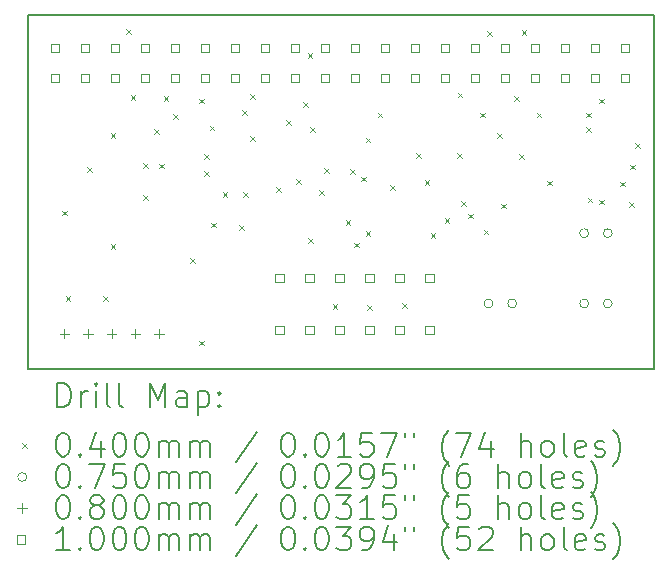
<source format=gbr>
%TF.GenerationSoftware,KiCad,Pcbnew,8.0.3*%
%TF.CreationDate,2024-06-13T11:50:00-06:00*%
%TF.ProjectId,PCB_Project,5043425f-5072-46f6-9a65-63742e6b6963,rev?*%
%TF.SameCoordinates,Original*%
%TF.FileFunction,Drillmap*%
%TF.FilePolarity,Positive*%
%FSLAX45Y45*%
G04 Gerber Fmt 4.5, Leading zero omitted, Abs format (unit mm)*
G04 Created by KiCad (PCBNEW 8.0.3) date 2024-06-13 11:50:00*
%MOMM*%
%LPD*%
G01*
G04 APERTURE LIST*
%ADD10C,0.200000*%
%ADD11C,0.100000*%
G04 APERTURE END LIST*
D10*
X9350000Y-6750000D02*
X14650000Y-6750000D01*
X14650000Y-9750000D01*
X9350000Y-9750000D01*
X9350000Y-6750000D01*
D11*
X9640000Y-8410000D02*
X9680000Y-8450000D01*
X9680000Y-8410000D02*
X9640000Y-8450000D01*
X9670000Y-9130000D02*
X9710000Y-9170000D01*
X9710000Y-9130000D02*
X9670000Y-9170000D01*
X9850000Y-8040000D02*
X9890000Y-8080000D01*
X9890000Y-8040000D02*
X9850000Y-8080000D01*
X9990000Y-9130000D02*
X10030000Y-9170000D01*
X10030000Y-9130000D02*
X9990000Y-9170000D01*
X10050000Y-7750000D02*
X10090000Y-7790000D01*
X10090000Y-7750000D02*
X10050000Y-7790000D01*
X10050000Y-8690000D02*
X10090000Y-8730000D01*
X10090000Y-8690000D02*
X10050000Y-8730000D01*
X10180000Y-6870000D02*
X10220000Y-6910000D01*
X10220000Y-6870000D02*
X10180000Y-6910000D01*
X10220000Y-7430000D02*
X10260000Y-7470000D01*
X10260000Y-7430000D02*
X10220000Y-7470000D01*
X10328200Y-8009500D02*
X10368200Y-8049500D01*
X10368200Y-8009500D02*
X10328200Y-8049500D01*
X10328200Y-8279500D02*
X10368200Y-8319500D01*
X10368200Y-8279500D02*
X10328200Y-8319500D01*
X10420000Y-7720000D02*
X10460000Y-7760000D01*
X10460000Y-7720000D02*
X10420000Y-7760000D01*
X10460000Y-8010000D02*
X10500000Y-8050000D01*
X10500000Y-8010000D02*
X10460000Y-8050000D01*
X10500000Y-7440000D02*
X10540000Y-7480000D01*
X10540000Y-7440000D02*
X10500000Y-7480000D01*
X10580000Y-7590000D02*
X10620000Y-7630000D01*
X10620000Y-7590000D02*
X10580000Y-7630000D01*
X10725000Y-8810000D02*
X10765000Y-8850000D01*
X10765000Y-8810000D02*
X10725000Y-8850000D01*
X10800000Y-7460000D02*
X10840000Y-7500000D01*
X10840000Y-7460000D02*
X10800000Y-7500000D01*
X10800000Y-9510000D02*
X10840000Y-9550000D01*
X10840000Y-9510000D02*
X10800000Y-9550000D01*
X10840000Y-7930000D02*
X10880000Y-7970000D01*
X10880000Y-7930000D02*
X10840000Y-7970000D01*
X10840000Y-8075200D02*
X10880000Y-8115200D01*
X10880000Y-8075200D02*
X10840000Y-8115200D01*
X10890000Y-7690000D02*
X10930000Y-7730000D01*
X10930000Y-7690000D02*
X10890000Y-7730000D01*
X10900000Y-8510000D02*
X10940000Y-8550000D01*
X10940000Y-8510000D02*
X10900000Y-8550000D01*
X11000000Y-8250000D02*
X11040000Y-8290000D01*
X11040000Y-8250000D02*
X11000000Y-8290000D01*
X11142000Y-8533690D02*
X11182000Y-8573690D01*
X11182000Y-8533690D02*
X11142000Y-8573690D01*
X11162900Y-7559880D02*
X11202900Y-7599880D01*
X11202900Y-7559880D02*
X11162900Y-7599880D01*
X11170000Y-8250000D02*
X11210000Y-8290000D01*
X11210000Y-8250000D02*
X11170000Y-8290000D01*
X11230000Y-7420000D02*
X11270000Y-7460000D01*
X11270000Y-7420000D02*
X11230000Y-7460000D01*
X11231600Y-7777230D02*
X11271600Y-7817230D01*
X11271600Y-7777230D02*
X11231600Y-7817230D01*
X11450000Y-8210570D02*
X11490000Y-8250570D01*
X11490000Y-8210570D02*
X11450000Y-8250570D01*
X11540000Y-7640000D02*
X11580000Y-7680000D01*
X11580000Y-7640000D02*
X11540000Y-7680000D01*
X11620000Y-8140000D02*
X11660000Y-8180000D01*
X11660000Y-8140000D02*
X11620000Y-8180000D01*
X11680000Y-7490000D02*
X11720000Y-7530000D01*
X11720000Y-7490000D02*
X11680000Y-7530000D01*
X11720000Y-7074800D02*
X11760000Y-7114800D01*
X11760000Y-7074800D02*
X11720000Y-7114800D01*
X11721800Y-8640000D02*
X11761800Y-8680000D01*
X11761800Y-8640000D02*
X11721800Y-8680000D01*
X11740000Y-7700000D02*
X11780000Y-7740000D01*
X11780000Y-7700000D02*
X11740000Y-7740000D01*
X11814100Y-8237010D02*
X11854100Y-8277010D01*
X11854100Y-8237010D02*
X11814100Y-8277010D01*
X11860000Y-8050000D02*
X11900000Y-8090000D01*
X11900000Y-8050000D02*
X11860000Y-8090000D01*
X11930000Y-9200000D02*
X11970000Y-9240000D01*
X11970000Y-9200000D02*
X11930000Y-9240000D01*
X12040000Y-8490000D02*
X12080000Y-8530000D01*
X12080000Y-8490000D02*
X12040000Y-8530000D01*
X12078700Y-8055000D02*
X12118700Y-8095000D01*
X12118700Y-8055000D02*
X12078700Y-8095000D01*
X12110000Y-8680000D02*
X12150000Y-8720000D01*
X12150000Y-8680000D02*
X12110000Y-8720000D01*
X12170000Y-8120000D02*
X12210000Y-8160000D01*
X12210000Y-8120000D02*
X12170000Y-8160000D01*
X12210000Y-7790000D02*
X12250000Y-7830000D01*
X12250000Y-7790000D02*
X12210000Y-7830000D01*
X12210000Y-8580000D02*
X12250000Y-8620000D01*
X12250000Y-8580000D02*
X12210000Y-8620000D01*
X12220000Y-9210000D02*
X12260000Y-9250000D01*
X12260000Y-9210000D02*
X12220000Y-9250000D01*
X12311200Y-7580000D02*
X12351200Y-7620000D01*
X12351200Y-7580000D02*
X12311200Y-7620000D01*
X12418900Y-8191410D02*
X12458900Y-8231410D01*
X12458900Y-8191410D02*
X12418900Y-8231410D01*
X12518400Y-9191150D02*
X12558400Y-9231150D01*
X12558400Y-9191150D02*
X12518400Y-9231150D01*
X12640200Y-7921290D02*
X12680200Y-7961290D01*
X12680200Y-7921290D02*
X12640200Y-7961290D01*
X12710000Y-8150000D02*
X12750000Y-8190000D01*
X12750000Y-8150000D02*
X12710000Y-8190000D01*
X12760000Y-8600000D02*
X12800000Y-8640000D01*
X12800000Y-8600000D02*
X12760000Y-8640000D01*
X12880000Y-8470000D02*
X12920000Y-8510000D01*
X12920000Y-8470000D02*
X12880000Y-8510000D01*
X12987400Y-7925000D02*
X13027400Y-7965000D01*
X13027400Y-7925000D02*
X12987400Y-7965000D01*
X12990000Y-7410000D02*
X13030000Y-7450000D01*
X13030000Y-7410000D02*
X12990000Y-7450000D01*
X13020000Y-8330000D02*
X13060000Y-8370000D01*
X13060000Y-8330000D02*
X13020000Y-8370000D01*
X13079300Y-8435450D02*
X13119300Y-8475450D01*
X13119300Y-8435450D02*
X13079300Y-8475450D01*
X13177500Y-7580000D02*
X13217500Y-7620000D01*
X13217500Y-7580000D02*
X13177500Y-7620000D01*
X13210000Y-8570000D02*
X13250000Y-8610000D01*
X13250000Y-8570000D02*
X13210000Y-8610000D01*
X13240000Y-6890000D02*
X13280000Y-6930000D01*
X13280000Y-6890000D02*
X13240000Y-6930000D01*
X13321600Y-7750000D02*
X13361600Y-7790000D01*
X13361600Y-7750000D02*
X13321600Y-7790000D01*
X13360000Y-8350000D02*
X13400000Y-8390000D01*
X13400000Y-8350000D02*
X13360000Y-8390000D01*
X13470000Y-7440000D02*
X13510000Y-7480000D01*
X13510000Y-7440000D02*
X13470000Y-7480000D01*
X13510000Y-7930000D02*
X13550000Y-7970000D01*
X13550000Y-7930000D02*
X13510000Y-7970000D01*
X13530000Y-6880000D02*
X13570000Y-6920000D01*
X13570000Y-6880000D02*
X13530000Y-6920000D01*
X13658800Y-7580000D02*
X13698800Y-7620000D01*
X13698800Y-7580000D02*
X13658800Y-7620000D01*
X13749200Y-8155130D02*
X13789200Y-8195130D01*
X13789200Y-8155130D02*
X13749200Y-8195130D01*
X14080000Y-7580000D02*
X14120000Y-7620000D01*
X14120000Y-7580000D02*
X14080000Y-7620000D01*
X14080000Y-7700000D02*
X14120000Y-7740000D01*
X14120000Y-7700000D02*
X14080000Y-7740000D01*
X14090000Y-8300000D02*
X14130000Y-8340000D01*
X14130000Y-8300000D02*
X14090000Y-8340000D01*
X14186800Y-8316630D02*
X14226800Y-8356630D01*
X14226800Y-8316630D02*
X14186800Y-8356630D01*
X14190000Y-7460000D02*
X14230000Y-7500000D01*
X14230000Y-7460000D02*
X14190000Y-7500000D01*
X14362100Y-8163750D02*
X14402100Y-8203750D01*
X14402100Y-8163750D02*
X14362100Y-8203750D01*
X14440000Y-8340000D02*
X14480000Y-8380000D01*
X14480000Y-8340000D02*
X14440000Y-8380000D01*
X14450000Y-8020000D02*
X14490000Y-8060000D01*
X14490000Y-8020000D02*
X14450000Y-8060000D01*
X14490000Y-7840000D02*
X14530000Y-7880000D01*
X14530000Y-7840000D02*
X14490000Y-7880000D01*
X13287500Y-9195000D02*
G75*
G02*
X13212500Y-9195000I-37500J0D01*
G01*
X13212500Y-9195000D02*
G75*
G02*
X13287500Y-9195000I37500J0D01*
G01*
X13487500Y-9195000D02*
G75*
G02*
X13412500Y-9195000I-37500J0D01*
G01*
X13412500Y-9195000D02*
G75*
G02*
X13487500Y-9195000I37500J0D01*
G01*
X14097500Y-8600000D02*
G75*
G02*
X14022500Y-8600000I-37500J0D01*
G01*
X14022500Y-8600000D02*
G75*
G02*
X14097500Y-8600000I37500J0D01*
G01*
X14097500Y-9195000D02*
G75*
G02*
X14022500Y-9195000I-37500J0D01*
G01*
X14022500Y-9195000D02*
G75*
G02*
X14097500Y-9195000I37500J0D01*
G01*
X14297500Y-8600000D02*
G75*
G02*
X14222500Y-8600000I-37500J0D01*
G01*
X14222500Y-8600000D02*
G75*
G02*
X14297500Y-8600000I37500J0D01*
G01*
X14297500Y-9195000D02*
G75*
G02*
X14222500Y-9195000I-37500J0D01*
G01*
X14222500Y-9195000D02*
G75*
G02*
X14297500Y-9195000I37500J0D01*
G01*
X9660000Y-9410000D02*
X9660000Y-9490000D01*
X9620000Y-9450000D02*
X9700000Y-9450000D01*
X9860000Y-9410000D02*
X9860000Y-9490000D01*
X9820000Y-9450000D02*
X9900000Y-9450000D01*
X10060000Y-9410000D02*
X10060000Y-9490000D01*
X10020000Y-9450000D02*
X10100000Y-9450000D01*
X10260000Y-9410000D02*
X10260000Y-9490000D01*
X10220000Y-9450000D02*
X10300000Y-9450000D01*
X10460000Y-9410000D02*
X10460000Y-9490000D01*
X10420000Y-9450000D02*
X10500000Y-9450000D01*
X9615356Y-7065356D02*
X9615356Y-6994644D01*
X9544644Y-6994644D01*
X9544644Y-7065356D01*
X9615356Y-7065356D01*
X9615356Y-7319356D02*
X9615356Y-7248644D01*
X9544644Y-7248644D01*
X9544644Y-7319356D01*
X9615356Y-7319356D01*
X9869356Y-7065356D02*
X9869356Y-6994644D01*
X9798644Y-6994644D01*
X9798644Y-7065356D01*
X9869356Y-7065356D01*
X9869356Y-7319356D02*
X9869356Y-7248644D01*
X9798644Y-7248644D01*
X9798644Y-7319356D01*
X9869356Y-7319356D01*
X10123356Y-7065356D02*
X10123356Y-6994644D01*
X10052644Y-6994644D01*
X10052644Y-7065356D01*
X10123356Y-7065356D01*
X10123356Y-7319356D02*
X10123356Y-7248644D01*
X10052644Y-7248644D01*
X10052644Y-7319356D01*
X10123356Y-7319356D01*
X10377356Y-7065356D02*
X10377356Y-6994644D01*
X10306644Y-6994644D01*
X10306644Y-7065356D01*
X10377356Y-7065356D01*
X10377356Y-7319356D02*
X10377356Y-7248644D01*
X10306644Y-7248644D01*
X10306644Y-7319356D01*
X10377356Y-7319356D01*
X10631356Y-7065356D02*
X10631356Y-6994644D01*
X10560644Y-6994644D01*
X10560644Y-7065356D01*
X10631356Y-7065356D01*
X10631356Y-7319356D02*
X10631356Y-7248644D01*
X10560644Y-7248644D01*
X10560644Y-7319356D01*
X10631356Y-7319356D01*
X10885356Y-7065356D02*
X10885356Y-6994644D01*
X10814644Y-6994644D01*
X10814644Y-7065356D01*
X10885356Y-7065356D01*
X10885356Y-7319356D02*
X10885356Y-7248644D01*
X10814644Y-7248644D01*
X10814644Y-7319356D01*
X10885356Y-7319356D01*
X11139356Y-7065356D02*
X11139356Y-6994644D01*
X11068644Y-6994644D01*
X11068644Y-7065356D01*
X11139356Y-7065356D01*
X11139356Y-7319356D02*
X11139356Y-7248644D01*
X11068644Y-7248644D01*
X11068644Y-7319356D01*
X11139356Y-7319356D01*
X11393356Y-7065356D02*
X11393356Y-6994644D01*
X11322644Y-6994644D01*
X11322644Y-7065356D01*
X11393356Y-7065356D01*
X11393356Y-7319356D02*
X11393356Y-7248644D01*
X11322644Y-7248644D01*
X11322644Y-7319356D01*
X11393356Y-7319356D01*
X11515356Y-9015356D02*
X11515356Y-8944644D01*
X11444644Y-8944644D01*
X11444644Y-9015356D01*
X11515356Y-9015356D01*
X11515356Y-9455356D02*
X11515356Y-9384644D01*
X11444644Y-9384644D01*
X11444644Y-9455356D01*
X11515356Y-9455356D01*
X11647356Y-7065356D02*
X11647356Y-6994644D01*
X11576644Y-6994644D01*
X11576644Y-7065356D01*
X11647356Y-7065356D01*
X11647356Y-7319356D02*
X11647356Y-7248644D01*
X11576644Y-7248644D01*
X11576644Y-7319356D01*
X11647356Y-7319356D01*
X11769356Y-9015356D02*
X11769356Y-8944644D01*
X11698644Y-8944644D01*
X11698644Y-9015356D01*
X11769356Y-9015356D01*
X11769356Y-9455356D02*
X11769356Y-9384644D01*
X11698644Y-9384644D01*
X11698644Y-9455356D01*
X11769356Y-9455356D01*
X11901356Y-7065356D02*
X11901356Y-6994644D01*
X11830644Y-6994644D01*
X11830644Y-7065356D01*
X11901356Y-7065356D01*
X11901356Y-7319356D02*
X11901356Y-7248644D01*
X11830644Y-7248644D01*
X11830644Y-7319356D01*
X11901356Y-7319356D01*
X12023356Y-9015356D02*
X12023356Y-8944644D01*
X11952644Y-8944644D01*
X11952644Y-9015356D01*
X12023356Y-9015356D01*
X12023356Y-9455356D02*
X12023356Y-9384644D01*
X11952644Y-9384644D01*
X11952644Y-9455356D01*
X12023356Y-9455356D01*
X12155356Y-7065356D02*
X12155356Y-6994644D01*
X12084644Y-6994644D01*
X12084644Y-7065356D01*
X12155356Y-7065356D01*
X12155356Y-7319356D02*
X12155356Y-7248644D01*
X12084644Y-7248644D01*
X12084644Y-7319356D01*
X12155356Y-7319356D01*
X12277356Y-9015356D02*
X12277356Y-8944644D01*
X12206644Y-8944644D01*
X12206644Y-9015356D01*
X12277356Y-9015356D01*
X12277356Y-9455356D02*
X12277356Y-9384644D01*
X12206644Y-9384644D01*
X12206644Y-9455356D01*
X12277356Y-9455356D01*
X12409356Y-7065356D02*
X12409356Y-6994644D01*
X12338644Y-6994644D01*
X12338644Y-7065356D01*
X12409356Y-7065356D01*
X12409356Y-7319356D02*
X12409356Y-7248644D01*
X12338644Y-7248644D01*
X12338644Y-7319356D01*
X12409356Y-7319356D01*
X12531356Y-9015356D02*
X12531356Y-8944644D01*
X12460644Y-8944644D01*
X12460644Y-9015356D01*
X12531356Y-9015356D01*
X12531356Y-9455356D02*
X12531356Y-9384644D01*
X12460644Y-9384644D01*
X12460644Y-9455356D01*
X12531356Y-9455356D01*
X12663356Y-7065356D02*
X12663356Y-6994644D01*
X12592644Y-6994644D01*
X12592644Y-7065356D01*
X12663356Y-7065356D01*
X12663356Y-7319356D02*
X12663356Y-7248644D01*
X12592644Y-7248644D01*
X12592644Y-7319356D01*
X12663356Y-7319356D01*
X12785356Y-9015356D02*
X12785356Y-8944644D01*
X12714644Y-8944644D01*
X12714644Y-9015356D01*
X12785356Y-9015356D01*
X12785356Y-9455356D02*
X12785356Y-9384644D01*
X12714644Y-9384644D01*
X12714644Y-9455356D01*
X12785356Y-9455356D01*
X12917356Y-7065356D02*
X12917356Y-6994644D01*
X12846644Y-6994644D01*
X12846644Y-7065356D01*
X12917356Y-7065356D01*
X12917356Y-7319356D02*
X12917356Y-7248644D01*
X12846644Y-7248644D01*
X12846644Y-7319356D01*
X12917356Y-7319356D01*
X13171356Y-7065356D02*
X13171356Y-6994644D01*
X13100644Y-6994644D01*
X13100644Y-7065356D01*
X13171356Y-7065356D01*
X13171356Y-7319356D02*
X13171356Y-7248644D01*
X13100644Y-7248644D01*
X13100644Y-7319356D01*
X13171356Y-7319356D01*
X13425356Y-7065356D02*
X13425356Y-6994644D01*
X13354644Y-6994644D01*
X13354644Y-7065356D01*
X13425356Y-7065356D01*
X13425356Y-7319356D02*
X13425356Y-7248644D01*
X13354644Y-7248644D01*
X13354644Y-7319356D01*
X13425356Y-7319356D01*
X13679356Y-7065356D02*
X13679356Y-6994644D01*
X13608644Y-6994644D01*
X13608644Y-7065356D01*
X13679356Y-7065356D01*
X13679356Y-7319356D02*
X13679356Y-7248644D01*
X13608644Y-7248644D01*
X13608644Y-7319356D01*
X13679356Y-7319356D01*
X13933356Y-7065356D02*
X13933356Y-6994644D01*
X13862644Y-6994644D01*
X13862644Y-7065356D01*
X13933356Y-7065356D01*
X13933356Y-7319356D02*
X13933356Y-7248644D01*
X13862644Y-7248644D01*
X13862644Y-7319356D01*
X13933356Y-7319356D01*
X14187356Y-7065356D02*
X14187356Y-6994644D01*
X14116644Y-6994644D01*
X14116644Y-7065356D01*
X14187356Y-7065356D01*
X14187356Y-7319356D02*
X14187356Y-7248644D01*
X14116644Y-7248644D01*
X14116644Y-7319356D01*
X14187356Y-7319356D01*
X14441356Y-7065356D02*
X14441356Y-6994644D01*
X14370644Y-6994644D01*
X14370644Y-7065356D01*
X14441356Y-7065356D01*
X14441356Y-7319356D02*
X14441356Y-7248644D01*
X14370644Y-7248644D01*
X14370644Y-7319356D01*
X14441356Y-7319356D01*
D10*
X9600777Y-10071484D02*
X9600777Y-9871484D01*
X9600777Y-9871484D02*
X9648396Y-9871484D01*
X9648396Y-9871484D02*
X9676967Y-9881008D01*
X9676967Y-9881008D02*
X9696015Y-9900055D01*
X9696015Y-9900055D02*
X9705539Y-9919103D01*
X9705539Y-9919103D02*
X9715063Y-9957198D01*
X9715063Y-9957198D02*
X9715063Y-9985770D01*
X9715063Y-9985770D02*
X9705539Y-10023865D01*
X9705539Y-10023865D02*
X9696015Y-10042912D01*
X9696015Y-10042912D02*
X9676967Y-10061960D01*
X9676967Y-10061960D02*
X9648396Y-10071484D01*
X9648396Y-10071484D02*
X9600777Y-10071484D01*
X9800777Y-10071484D02*
X9800777Y-9938150D01*
X9800777Y-9976246D02*
X9810301Y-9957198D01*
X9810301Y-9957198D02*
X9819824Y-9947674D01*
X9819824Y-9947674D02*
X9838872Y-9938150D01*
X9838872Y-9938150D02*
X9857920Y-9938150D01*
X9924586Y-10071484D02*
X9924586Y-9938150D01*
X9924586Y-9871484D02*
X9915063Y-9881008D01*
X9915063Y-9881008D02*
X9924586Y-9890531D01*
X9924586Y-9890531D02*
X9934110Y-9881008D01*
X9934110Y-9881008D02*
X9924586Y-9871484D01*
X9924586Y-9871484D02*
X9924586Y-9890531D01*
X10048396Y-10071484D02*
X10029348Y-10061960D01*
X10029348Y-10061960D02*
X10019824Y-10042912D01*
X10019824Y-10042912D02*
X10019824Y-9871484D01*
X10153158Y-10071484D02*
X10134110Y-10061960D01*
X10134110Y-10061960D02*
X10124586Y-10042912D01*
X10124586Y-10042912D02*
X10124586Y-9871484D01*
X10381729Y-10071484D02*
X10381729Y-9871484D01*
X10381729Y-9871484D02*
X10448396Y-10014341D01*
X10448396Y-10014341D02*
X10515063Y-9871484D01*
X10515063Y-9871484D02*
X10515063Y-10071484D01*
X10696015Y-10071484D02*
X10696015Y-9966722D01*
X10696015Y-9966722D02*
X10686491Y-9947674D01*
X10686491Y-9947674D02*
X10667444Y-9938150D01*
X10667444Y-9938150D02*
X10629348Y-9938150D01*
X10629348Y-9938150D02*
X10610301Y-9947674D01*
X10696015Y-10061960D02*
X10676967Y-10071484D01*
X10676967Y-10071484D02*
X10629348Y-10071484D01*
X10629348Y-10071484D02*
X10610301Y-10061960D01*
X10610301Y-10061960D02*
X10600777Y-10042912D01*
X10600777Y-10042912D02*
X10600777Y-10023865D01*
X10600777Y-10023865D02*
X10610301Y-10004817D01*
X10610301Y-10004817D02*
X10629348Y-9995293D01*
X10629348Y-9995293D02*
X10676967Y-9995293D01*
X10676967Y-9995293D02*
X10696015Y-9985770D01*
X10791253Y-9938150D02*
X10791253Y-10138150D01*
X10791253Y-9947674D02*
X10810301Y-9938150D01*
X10810301Y-9938150D02*
X10848396Y-9938150D01*
X10848396Y-9938150D02*
X10867444Y-9947674D01*
X10867444Y-9947674D02*
X10876967Y-9957198D01*
X10876967Y-9957198D02*
X10886491Y-9976246D01*
X10886491Y-9976246D02*
X10886491Y-10033389D01*
X10886491Y-10033389D02*
X10876967Y-10052436D01*
X10876967Y-10052436D02*
X10867444Y-10061960D01*
X10867444Y-10061960D02*
X10848396Y-10071484D01*
X10848396Y-10071484D02*
X10810301Y-10071484D01*
X10810301Y-10071484D02*
X10791253Y-10061960D01*
X10972205Y-10052436D02*
X10981729Y-10061960D01*
X10981729Y-10061960D02*
X10972205Y-10071484D01*
X10972205Y-10071484D02*
X10962682Y-10061960D01*
X10962682Y-10061960D02*
X10972205Y-10052436D01*
X10972205Y-10052436D02*
X10972205Y-10071484D01*
X10972205Y-9947674D02*
X10981729Y-9957198D01*
X10981729Y-9957198D02*
X10972205Y-9966722D01*
X10972205Y-9966722D02*
X10962682Y-9957198D01*
X10962682Y-9957198D02*
X10972205Y-9947674D01*
X10972205Y-9947674D02*
X10972205Y-9966722D01*
D11*
X9300000Y-10380000D02*
X9340000Y-10420000D01*
X9340000Y-10380000D02*
X9300000Y-10420000D01*
D10*
X9638872Y-10291484D02*
X9657920Y-10291484D01*
X9657920Y-10291484D02*
X9676967Y-10301008D01*
X9676967Y-10301008D02*
X9686491Y-10310531D01*
X9686491Y-10310531D02*
X9696015Y-10329579D01*
X9696015Y-10329579D02*
X9705539Y-10367674D01*
X9705539Y-10367674D02*
X9705539Y-10415293D01*
X9705539Y-10415293D02*
X9696015Y-10453389D01*
X9696015Y-10453389D02*
X9686491Y-10472436D01*
X9686491Y-10472436D02*
X9676967Y-10481960D01*
X9676967Y-10481960D02*
X9657920Y-10491484D01*
X9657920Y-10491484D02*
X9638872Y-10491484D01*
X9638872Y-10491484D02*
X9619824Y-10481960D01*
X9619824Y-10481960D02*
X9610301Y-10472436D01*
X9610301Y-10472436D02*
X9600777Y-10453389D01*
X9600777Y-10453389D02*
X9591253Y-10415293D01*
X9591253Y-10415293D02*
X9591253Y-10367674D01*
X9591253Y-10367674D02*
X9600777Y-10329579D01*
X9600777Y-10329579D02*
X9610301Y-10310531D01*
X9610301Y-10310531D02*
X9619824Y-10301008D01*
X9619824Y-10301008D02*
X9638872Y-10291484D01*
X9791253Y-10472436D02*
X9800777Y-10481960D01*
X9800777Y-10481960D02*
X9791253Y-10491484D01*
X9791253Y-10491484D02*
X9781729Y-10481960D01*
X9781729Y-10481960D02*
X9791253Y-10472436D01*
X9791253Y-10472436D02*
X9791253Y-10491484D01*
X9972205Y-10358150D02*
X9972205Y-10491484D01*
X9924586Y-10281960D02*
X9876967Y-10424817D01*
X9876967Y-10424817D02*
X10000777Y-10424817D01*
X10115063Y-10291484D02*
X10134110Y-10291484D01*
X10134110Y-10291484D02*
X10153158Y-10301008D01*
X10153158Y-10301008D02*
X10162682Y-10310531D01*
X10162682Y-10310531D02*
X10172205Y-10329579D01*
X10172205Y-10329579D02*
X10181729Y-10367674D01*
X10181729Y-10367674D02*
X10181729Y-10415293D01*
X10181729Y-10415293D02*
X10172205Y-10453389D01*
X10172205Y-10453389D02*
X10162682Y-10472436D01*
X10162682Y-10472436D02*
X10153158Y-10481960D01*
X10153158Y-10481960D02*
X10134110Y-10491484D01*
X10134110Y-10491484D02*
X10115063Y-10491484D01*
X10115063Y-10491484D02*
X10096015Y-10481960D01*
X10096015Y-10481960D02*
X10086491Y-10472436D01*
X10086491Y-10472436D02*
X10076967Y-10453389D01*
X10076967Y-10453389D02*
X10067444Y-10415293D01*
X10067444Y-10415293D02*
X10067444Y-10367674D01*
X10067444Y-10367674D02*
X10076967Y-10329579D01*
X10076967Y-10329579D02*
X10086491Y-10310531D01*
X10086491Y-10310531D02*
X10096015Y-10301008D01*
X10096015Y-10301008D02*
X10115063Y-10291484D01*
X10305539Y-10291484D02*
X10324586Y-10291484D01*
X10324586Y-10291484D02*
X10343634Y-10301008D01*
X10343634Y-10301008D02*
X10353158Y-10310531D01*
X10353158Y-10310531D02*
X10362682Y-10329579D01*
X10362682Y-10329579D02*
X10372205Y-10367674D01*
X10372205Y-10367674D02*
X10372205Y-10415293D01*
X10372205Y-10415293D02*
X10362682Y-10453389D01*
X10362682Y-10453389D02*
X10353158Y-10472436D01*
X10353158Y-10472436D02*
X10343634Y-10481960D01*
X10343634Y-10481960D02*
X10324586Y-10491484D01*
X10324586Y-10491484D02*
X10305539Y-10491484D01*
X10305539Y-10491484D02*
X10286491Y-10481960D01*
X10286491Y-10481960D02*
X10276967Y-10472436D01*
X10276967Y-10472436D02*
X10267444Y-10453389D01*
X10267444Y-10453389D02*
X10257920Y-10415293D01*
X10257920Y-10415293D02*
X10257920Y-10367674D01*
X10257920Y-10367674D02*
X10267444Y-10329579D01*
X10267444Y-10329579D02*
X10276967Y-10310531D01*
X10276967Y-10310531D02*
X10286491Y-10301008D01*
X10286491Y-10301008D02*
X10305539Y-10291484D01*
X10457920Y-10491484D02*
X10457920Y-10358150D01*
X10457920Y-10377198D02*
X10467444Y-10367674D01*
X10467444Y-10367674D02*
X10486491Y-10358150D01*
X10486491Y-10358150D02*
X10515063Y-10358150D01*
X10515063Y-10358150D02*
X10534110Y-10367674D01*
X10534110Y-10367674D02*
X10543634Y-10386722D01*
X10543634Y-10386722D02*
X10543634Y-10491484D01*
X10543634Y-10386722D02*
X10553158Y-10367674D01*
X10553158Y-10367674D02*
X10572205Y-10358150D01*
X10572205Y-10358150D02*
X10600777Y-10358150D01*
X10600777Y-10358150D02*
X10619825Y-10367674D01*
X10619825Y-10367674D02*
X10629348Y-10386722D01*
X10629348Y-10386722D02*
X10629348Y-10491484D01*
X10724586Y-10491484D02*
X10724586Y-10358150D01*
X10724586Y-10377198D02*
X10734110Y-10367674D01*
X10734110Y-10367674D02*
X10753158Y-10358150D01*
X10753158Y-10358150D02*
X10781729Y-10358150D01*
X10781729Y-10358150D02*
X10800777Y-10367674D01*
X10800777Y-10367674D02*
X10810301Y-10386722D01*
X10810301Y-10386722D02*
X10810301Y-10491484D01*
X10810301Y-10386722D02*
X10819825Y-10367674D01*
X10819825Y-10367674D02*
X10838872Y-10358150D01*
X10838872Y-10358150D02*
X10867444Y-10358150D01*
X10867444Y-10358150D02*
X10886491Y-10367674D01*
X10886491Y-10367674D02*
X10896015Y-10386722D01*
X10896015Y-10386722D02*
X10896015Y-10491484D01*
X11286491Y-10281960D02*
X11115063Y-10539103D01*
X11543634Y-10291484D02*
X11562682Y-10291484D01*
X11562682Y-10291484D02*
X11581729Y-10301008D01*
X11581729Y-10301008D02*
X11591253Y-10310531D01*
X11591253Y-10310531D02*
X11600777Y-10329579D01*
X11600777Y-10329579D02*
X11610301Y-10367674D01*
X11610301Y-10367674D02*
X11610301Y-10415293D01*
X11610301Y-10415293D02*
X11600777Y-10453389D01*
X11600777Y-10453389D02*
X11591253Y-10472436D01*
X11591253Y-10472436D02*
X11581729Y-10481960D01*
X11581729Y-10481960D02*
X11562682Y-10491484D01*
X11562682Y-10491484D02*
X11543634Y-10491484D01*
X11543634Y-10491484D02*
X11524586Y-10481960D01*
X11524586Y-10481960D02*
X11515063Y-10472436D01*
X11515063Y-10472436D02*
X11505539Y-10453389D01*
X11505539Y-10453389D02*
X11496015Y-10415293D01*
X11496015Y-10415293D02*
X11496015Y-10367674D01*
X11496015Y-10367674D02*
X11505539Y-10329579D01*
X11505539Y-10329579D02*
X11515063Y-10310531D01*
X11515063Y-10310531D02*
X11524586Y-10301008D01*
X11524586Y-10301008D02*
X11543634Y-10291484D01*
X11696015Y-10472436D02*
X11705539Y-10481960D01*
X11705539Y-10481960D02*
X11696015Y-10491484D01*
X11696015Y-10491484D02*
X11686491Y-10481960D01*
X11686491Y-10481960D02*
X11696015Y-10472436D01*
X11696015Y-10472436D02*
X11696015Y-10491484D01*
X11829348Y-10291484D02*
X11848396Y-10291484D01*
X11848396Y-10291484D02*
X11867444Y-10301008D01*
X11867444Y-10301008D02*
X11876967Y-10310531D01*
X11876967Y-10310531D02*
X11886491Y-10329579D01*
X11886491Y-10329579D02*
X11896015Y-10367674D01*
X11896015Y-10367674D02*
X11896015Y-10415293D01*
X11896015Y-10415293D02*
X11886491Y-10453389D01*
X11886491Y-10453389D02*
X11876967Y-10472436D01*
X11876967Y-10472436D02*
X11867444Y-10481960D01*
X11867444Y-10481960D02*
X11848396Y-10491484D01*
X11848396Y-10491484D02*
X11829348Y-10491484D01*
X11829348Y-10491484D02*
X11810301Y-10481960D01*
X11810301Y-10481960D02*
X11800777Y-10472436D01*
X11800777Y-10472436D02*
X11791253Y-10453389D01*
X11791253Y-10453389D02*
X11781729Y-10415293D01*
X11781729Y-10415293D02*
X11781729Y-10367674D01*
X11781729Y-10367674D02*
X11791253Y-10329579D01*
X11791253Y-10329579D02*
X11800777Y-10310531D01*
X11800777Y-10310531D02*
X11810301Y-10301008D01*
X11810301Y-10301008D02*
X11829348Y-10291484D01*
X12086491Y-10491484D02*
X11972206Y-10491484D01*
X12029348Y-10491484D02*
X12029348Y-10291484D01*
X12029348Y-10291484D02*
X12010301Y-10320055D01*
X12010301Y-10320055D02*
X11991253Y-10339103D01*
X11991253Y-10339103D02*
X11972206Y-10348627D01*
X12267444Y-10291484D02*
X12172206Y-10291484D01*
X12172206Y-10291484D02*
X12162682Y-10386722D01*
X12162682Y-10386722D02*
X12172206Y-10377198D01*
X12172206Y-10377198D02*
X12191253Y-10367674D01*
X12191253Y-10367674D02*
X12238872Y-10367674D01*
X12238872Y-10367674D02*
X12257920Y-10377198D01*
X12257920Y-10377198D02*
X12267444Y-10386722D01*
X12267444Y-10386722D02*
X12276967Y-10405770D01*
X12276967Y-10405770D02*
X12276967Y-10453389D01*
X12276967Y-10453389D02*
X12267444Y-10472436D01*
X12267444Y-10472436D02*
X12257920Y-10481960D01*
X12257920Y-10481960D02*
X12238872Y-10491484D01*
X12238872Y-10491484D02*
X12191253Y-10491484D01*
X12191253Y-10491484D02*
X12172206Y-10481960D01*
X12172206Y-10481960D02*
X12162682Y-10472436D01*
X12343634Y-10291484D02*
X12476967Y-10291484D01*
X12476967Y-10291484D02*
X12391253Y-10491484D01*
X12543634Y-10291484D02*
X12543634Y-10329579D01*
X12619825Y-10291484D02*
X12619825Y-10329579D01*
X12915063Y-10567674D02*
X12905539Y-10558150D01*
X12905539Y-10558150D02*
X12886491Y-10529579D01*
X12886491Y-10529579D02*
X12876968Y-10510531D01*
X12876968Y-10510531D02*
X12867444Y-10481960D01*
X12867444Y-10481960D02*
X12857920Y-10434341D01*
X12857920Y-10434341D02*
X12857920Y-10396246D01*
X12857920Y-10396246D02*
X12867444Y-10348627D01*
X12867444Y-10348627D02*
X12876968Y-10320055D01*
X12876968Y-10320055D02*
X12886491Y-10301008D01*
X12886491Y-10301008D02*
X12905539Y-10272436D01*
X12905539Y-10272436D02*
X12915063Y-10262912D01*
X12972206Y-10291484D02*
X13105539Y-10291484D01*
X13105539Y-10291484D02*
X13019825Y-10491484D01*
X13267444Y-10358150D02*
X13267444Y-10491484D01*
X13219825Y-10281960D02*
X13172206Y-10424817D01*
X13172206Y-10424817D02*
X13296015Y-10424817D01*
X13524587Y-10491484D02*
X13524587Y-10291484D01*
X13610301Y-10491484D02*
X13610301Y-10386722D01*
X13610301Y-10386722D02*
X13600777Y-10367674D01*
X13600777Y-10367674D02*
X13581730Y-10358150D01*
X13581730Y-10358150D02*
X13553158Y-10358150D01*
X13553158Y-10358150D02*
X13534110Y-10367674D01*
X13534110Y-10367674D02*
X13524587Y-10377198D01*
X13734110Y-10491484D02*
X13715063Y-10481960D01*
X13715063Y-10481960D02*
X13705539Y-10472436D01*
X13705539Y-10472436D02*
X13696015Y-10453389D01*
X13696015Y-10453389D02*
X13696015Y-10396246D01*
X13696015Y-10396246D02*
X13705539Y-10377198D01*
X13705539Y-10377198D02*
X13715063Y-10367674D01*
X13715063Y-10367674D02*
X13734110Y-10358150D01*
X13734110Y-10358150D02*
X13762682Y-10358150D01*
X13762682Y-10358150D02*
X13781730Y-10367674D01*
X13781730Y-10367674D02*
X13791253Y-10377198D01*
X13791253Y-10377198D02*
X13800777Y-10396246D01*
X13800777Y-10396246D02*
X13800777Y-10453389D01*
X13800777Y-10453389D02*
X13791253Y-10472436D01*
X13791253Y-10472436D02*
X13781730Y-10481960D01*
X13781730Y-10481960D02*
X13762682Y-10491484D01*
X13762682Y-10491484D02*
X13734110Y-10491484D01*
X13915063Y-10491484D02*
X13896015Y-10481960D01*
X13896015Y-10481960D02*
X13886491Y-10462912D01*
X13886491Y-10462912D02*
X13886491Y-10291484D01*
X14067444Y-10481960D02*
X14048396Y-10491484D01*
X14048396Y-10491484D02*
X14010301Y-10491484D01*
X14010301Y-10491484D02*
X13991253Y-10481960D01*
X13991253Y-10481960D02*
X13981730Y-10462912D01*
X13981730Y-10462912D02*
X13981730Y-10386722D01*
X13981730Y-10386722D02*
X13991253Y-10367674D01*
X13991253Y-10367674D02*
X14010301Y-10358150D01*
X14010301Y-10358150D02*
X14048396Y-10358150D01*
X14048396Y-10358150D02*
X14067444Y-10367674D01*
X14067444Y-10367674D02*
X14076968Y-10386722D01*
X14076968Y-10386722D02*
X14076968Y-10405770D01*
X14076968Y-10405770D02*
X13981730Y-10424817D01*
X14153158Y-10481960D02*
X14172206Y-10491484D01*
X14172206Y-10491484D02*
X14210301Y-10491484D01*
X14210301Y-10491484D02*
X14229349Y-10481960D01*
X14229349Y-10481960D02*
X14238872Y-10462912D01*
X14238872Y-10462912D02*
X14238872Y-10453389D01*
X14238872Y-10453389D02*
X14229349Y-10434341D01*
X14229349Y-10434341D02*
X14210301Y-10424817D01*
X14210301Y-10424817D02*
X14181730Y-10424817D01*
X14181730Y-10424817D02*
X14162682Y-10415293D01*
X14162682Y-10415293D02*
X14153158Y-10396246D01*
X14153158Y-10396246D02*
X14153158Y-10386722D01*
X14153158Y-10386722D02*
X14162682Y-10367674D01*
X14162682Y-10367674D02*
X14181730Y-10358150D01*
X14181730Y-10358150D02*
X14210301Y-10358150D01*
X14210301Y-10358150D02*
X14229349Y-10367674D01*
X14305539Y-10567674D02*
X14315063Y-10558150D01*
X14315063Y-10558150D02*
X14334111Y-10529579D01*
X14334111Y-10529579D02*
X14343634Y-10510531D01*
X14343634Y-10510531D02*
X14353158Y-10481960D01*
X14353158Y-10481960D02*
X14362682Y-10434341D01*
X14362682Y-10434341D02*
X14362682Y-10396246D01*
X14362682Y-10396246D02*
X14353158Y-10348627D01*
X14353158Y-10348627D02*
X14343634Y-10320055D01*
X14343634Y-10320055D02*
X14334111Y-10301008D01*
X14334111Y-10301008D02*
X14315063Y-10272436D01*
X14315063Y-10272436D02*
X14305539Y-10262912D01*
D11*
X9340000Y-10664000D02*
G75*
G02*
X9265000Y-10664000I-37500J0D01*
G01*
X9265000Y-10664000D02*
G75*
G02*
X9340000Y-10664000I37500J0D01*
G01*
D10*
X9638872Y-10555484D02*
X9657920Y-10555484D01*
X9657920Y-10555484D02*
X9676967Y-10565008D01*
X9676967Y-10565008D02*
X9686491Y-10574531D01*
X9686491Y-10574531D02*
X9696015Y-10593579D01*
X9696015Y-10593579D02*
X9705539Y-10631674D01*
X9705539Y-10631674D02*
X9705539Y-10679293D01*
X9705539Y-10679293D02*
X9696015Y-10717389D01*
X9696015Y-10717389D02*
X9686491Y-10736436D01*
X9686491Y-10736436D02*
X9676967Y-10745960D01*
X9676967Y-10745960D02*
X9657920Y-10755484D01*
X9657920Y-10755484D02*
X9638872Y-10755484D01*
X9638872Y-10755484D02*
X9619824Y-10745960D01*
X9619824Y-10745960D02*
X9610301Y-10736436D01*
X9610301Y-10736436D02*
X9600777Y-10717389D01*
X9600777Y-10717389D02*
X9591253Y-10679293D01*
X9591253Y-10679293D02*
X9591253Y-10631674D01*
X9591253Y-10631674D02*
X9600777Y-10593579D01*
X9600777Y-10593579D02*
X9610301Y-10574531D01*
X9610301Y-10574531D02*
X9619824Y-10565008D01*
X9619824Y-10565008D02*
X9638872Y-10555484D01*
X9791253Y-10736436D02*
X9800777Y-10745960D01*
X9800777Y-10745960D02*
X9791253Y-10755484D01*
X9791253Y-10755484D02*
X9781729Y-10745960D01*
X9781729Y-10745960D02*
X9791253Y-10736436D01*
X9791253Y-10736436D02*
X9791253Y-10755484D01*
X9867444Y-10555484D02*
X10000777Y-10555484D01*
X10000777Y-10555484D02*
X9915063Y-10755484D01*
X10172205Y-10555484D02*
X10076967Y-10555484D01*
X10076967Y-10555484D02*
X10067444Y-10650722D01*
X10067444Y-10650722D02*
X10076967Y-10641198D01*
X10076967Y-10641198D02*
X10096015Y-10631674D01*
X10096015Y-10631674D02*
X10143634Y-10631674D01*
X10143634Y-10631674D02*
X10162682Y-10641198D01*
X10162682Y-10641198D02*
X10172205Y-10650722D01*
X10172205Y-10650722D02*
X10181729Y-10669770D01*
X10181729Y-10669770D02*
X10181729Y-10717389D01*
X10181729Y-10717389D02*
X10172205Y-10736436D01*
X10172205Y-10736436D02*
X10162682Y-10745960D01*
X10162682Y-10745960D02*
X10143634Y-10755484D01*
X10143634Y-10755484D02*
X10096015Y-10755484D01*
X10096015Y-10755484D02*
X10076967Y-10745960D01*
X10076967Y-10745960D02*
X10067444Y-10736436D01*
X10305539Y-10555484D02*
X10324586Y-10555484D01*
X10324586Y-10555484D02*
X10343634Y-10565008D01*
X10343634Y-10565008D02*
X10353158Y-10574531D01*
X10353158Y-10574531D02*
X10362682Y-10593579D01*
X10362682Y-10593579D02*
X10372205Y-10631674D01*
X10372205Y-10631674D02*
X10372205Y-10679293D01*
X10372205Y-10679293D02*
X10362682Y-10717389D01*
X10362682Y-10717389D02*
X10353158Y-10736436D01*
X10353158Y-10736436D02*
X10343634Y-10745960D01*
X10343634Y-10745960D02*
X10324586Y-10755484D01*
X10324586Y-10755484D02*
X10305539Y-10755484D01*
X10305539Y-10755484D02*
X10286491Y-10745960D01*
X10286491Y-10745960D02*
X10276967Y-10736436D01*
X10276967Y-10736436D02*
X10267444Y-10717389D01*
X10267444Y-10717389D02*
X10257920Y-10679293D01*
X10257920Y-10679293D02*
X10257920Y-10631674D01*
X10257920Y-10631674D02*
X10267444Y-10593579D01*
X10267444Y-10593579D02*
X10276967Y-10574531D01*
X10276967Y-10574531D02*
X10286491Y-10565008D01*
X10286491Y-10565008D02*
X10305539Y-10555484D01*
X10457920Y-10755484D02*
X10457920Y-10622150D01*
X10457920Y-10641198D02*
X10467444Y-10631674D01*
X10467444Y-10631674D02*
X10486491Y-10622150D01*
X10486491Y-10622150D02*
X10515063Y-10622150D01*
X10515063Y-10622150D02*
X10534110Y-10631674D01*
X10534110Y-10631674D02*
X10543634Y-10650722D01*
X10543634Y-10650722D02*
X10543634Y-10755484D01*
X10543634Y-10650722D02*
X10553158Y-10631674D01*
X10553158Y-10631674D02*
X10572205Y-10622150D01*
X10572205Y-10622150D02*
X10600777Y-10622150D01*
X10600777Y-10622150D02*
X10619825Y-10631674D01*
X10619825Y-10631674D02*
X10629348Y-10650722D01*
X10629348Y-10650722D02*
X10629348Y-10755484D01*
X10724586Y-10755484D02*
X10724586Y-10622150D01*
X10724586Y-10641198D02*
X10734110Y-10631674D01*
X10734110Y-10631674D02*
X10753158Y-10622150D01*
X10753158Y-10622150D02*
X10781729Y-10622150D01*
X10781729Y-10622150D02*
X10800777Y-10631674D01*
X10800777Y-10631674D02*
X10810301Y-10650722D01*
X10810301Y-10650722D02*
X10810301Y-10755484D01*
X10810301Y-10650722D02*
X10819825Y-10631674D01*
X10819825Y-10631674D02*
X10838872Y-10622150D01*
X10838872Y-10622150D02*
X10867444Y-10622150D01*
X10867444Y-10622150D02*
X10886491Y-10631674D01*
X10886491Y-10631674D02*
X10896015Y-10650722D01*
X10896015Y-10650722D02*
X10896015Y-10755484D01*
X11286491Y-10545960D02*
X11115063Y-10803103D01*
X11543634Y-10555484D02*
X11562682Y-10555484D01*
X11562682Y-10555484D02*
X11581729Y-10565008D01*
X11581729Y-10565008D02*
X11591253Y-10574531D01*
X11591253Y-10574531D02*
X11600777Y-10593579D01*
X11600777Y-10593579D02*
X11610301Y-10631674D01*
X11610301Y-10631674D02*
X11610301Y-10679293D01*
X11610301Y-10679293D02*
X11600777Y-10717389D01*
X11600777Y-10717389D02*
X11591253Y-10736436D01*
X11591253Y-10736436D02*
X11581729Y-10745960D01*
X11581729Y-10745960D02*
X11562682Y-10755484D01*
X11562682Y-10755484D02*
X11543634Y-10755484D01*
X11543634Y-10755484D02*
X11524586Y-10745960D01*
X11524586Y-10745960D02*
X11515063Y-10736436D01*
X11515063Y-10736436D02*
X11505539Y-10717389D01*
X11505539Y-10717389D02*
X11496015Y-10679293D01*
X11496015Y-10679293D02*
X11496015Y-10631674D01*
X11496015Y-10631674D02*
X11505539Y-10593579D01*
X11505539Y-10593579D02*
X11515063Y-10574531D01*
X11515063Y-10574531D02*
X11524586Y-10565008D01*
X11524586Y-10565008D02*
X11543634Y-10555484D01*
X11696015Y-10736436D02*
X11705539Y-10745960D01*
X11705539Y-10745960D02*
X11696015Y-10755484D01*
X11696015Y-10755484D02*
X11686491Y-10745960D01*
X11686491Y-10745960D02*
X11696015Y-10736436D01*
X11696015Y-10736436D02*
X11696015Y-10755484D01*
X11829348Y-10555484D02*
X11848396Y-10555484D01*
X11848396Y-10555484D02*
X11867444Y-10565008D01*
X11867444Y-10565008D02*
X11876967Y-10574531D01*
X11876967Y-10574531D02*
X11886491Y-10593579D01*
X11886491Y-10593579D02*
X11896015Y-10631674D01*
X11896015Y-10631674D02*
X11896015Y-10679293D01*
X11896015Y-10679293D02*
X11886491Y-10717389D01*
X11886491Y-10717389D02*
X11876967Y-10736436D01*
X11876967Y-10736436D02*
X11867444Y-10745960D01*
X11867444Y-10745960D02*
X11848396Y-10755484D01*
X11848396Y-10755484D02*
X11829348Y-10755484D01*
X11829348Y-10755484D02*
X11810301Y-10745960D01*
X11810301Y-10745960D02*
X11800777Y-10736436D01*
X11800777Y-10736436D02*
X11791253Y-10717389D01*
X11791253Y-10717389D02*
X11781729Y-10679293D01*
X11781729Y-10679293D02*
X11781729Y-10631674D01*
X11781729Y-10631674D02*
X11791253Y-10593579D01*
X11791253Y-10593579D02*
X11800777Y-10574531D01*
X11800777Y-10574531D02*
X11810301Y-10565008D01*
X11810301Y-10565008D02*
X11829348Y-10555484D01*
X11972206Y-10574531D02*
X11981729Y-10565008D01*
X11981729Y-10565008D02*
X12000777Y-10555484D01*
X12000777Y-10555484D02*
X12048396Y-10555484D01*
X12048396Y-10555484D02*
X12067444Y-10565008D01*
X12067444Y-10565008D02*
X12076967Y-10574531D01*
X12076967Y-10574531D02*
X12086491Y-10593579D01*
X12086491Y-10593579D02*
X12086491Y-10612627D01*
X12086491Y-10612627D02*
X12076967Y-10641198D01*
X12076967Y-10641198D02*
X11962682Y-10755484D01*
X11962682Y-10755484D02*
X12086491Y-10755484D01*
X12181729Y-10755484D02*
X12219825Y-10755484D01*
X12219825Y-10755484D02*
X12238872Y-10745960D01*
X12238872Y-10745960D02*
X12248396Y-10736436D01*
X12248396Y-10736436D02*
X12267444Y-10707865D01*
X12267444Y-10707865D02*
X12276967Y-10669770D01*
X12276967Y-10669770D02*
X12276967Y-10593579D01*
X12276967Y-10593579D02*
X12267444Y-10574531D01*
X12267444Y-10574531D02*
X12257920Y-10565008D01*
X12257920Y-10565008D02*
X12238872Y-10555484D01*
X12238872Y-10555484D02*
X12200777Y-10555484D01*
X12200777Y-10555484D02*
X12181729Y-10565008D01*
X12181729Y-10565008D02*
X12172206Y-10574531D01*
X12172206Y-10574531D02*
X12162682Y-10593579D01*
X12162682Y-10593579D02*
X12162682Y-10641198D01*
X12162682Y-10641198D02*
X12172206Y-10660246D01*
X12172206Y-10660246D02*
X12181729Y-10669770D01*
X12181729Y-10669770D02*
X12200777Y-10679293D01*
X12200777Y-10679293D02*
X12238872Y-10679293D01*
X12238872Y-10679293D02*
X12257920Y-10669770D01*
X12257920Y-10669770D02*
X12267444Y-10660246D01*
X12267444Y-10660246D02*
X12276967Y-10641198D01*
X12457920Y-10555484D02*
X12362682Y-10555484D01*
X12362682Y-10555484D02*
X12353158Y-10650722D01*
X12353158Y-10650722D02*
X12362682Y-10641198D01*
X12362682Y-10641198D02*
X12381729Y-10631674D01*
X12381729Y-10631674D02*
X12429348Y-10631674D01*
X12429348Y-10631674D02*
X12448396Y-10641198D01*
X12448396Y-10641198D02*
X12457920Y-10650722D01*
X12457920Y-10650722D02*
X12467444Y-10669770D01*
X12467444Y-10669770D02*
X12467444Y-10717389D01*
X12467444Y-10717389D02*
X12457920Y-10736436D01*
X12457920Y-10736436D02*
X12448396Y-10745960D01*
X12448396Y-10745960D02*
X12429348Y-10755484D01*
X12429348Y-10755484D02*
X12381729Y-10755484D01*
X12381729Y-10755484D02*
X12362682Y-10745960D01*
X12362682Y-10745960D02*
X12353158Y-10736436D01*
X12543634Y-10555484D02*
X12543634Y-10593579D01*
X12619825Y-10555484D02*
X12619825Y-10593579D01*
X12915063Y-10831674D02*
X12905539Y-10822150D01*
X12905539Y-10822150D02*
X12886491Y-10793579D01*
X12886491Y-10793579D02*
X12876968Y-10774531D01*
X12876968Y-10774531D02*
X12867444Y-10745960D01*
X12867444Y-10745960D02*
X12857920Y-10698341D01*
X12857920Y-10698341D02*
X12857920Y-10660246D01*
X12857920Y-10660246D02*
X12867444Y-10612627D01*
X12867444Y-10612627D02*
X12876968Y-10584055D01*
X12876968Y-10584055D02*
X12886491Y-10565008D01*
X12886491Y-10565008D02*
X12905539Y-10536436D01*
X12905539Y-10536436D02*
X12915063Y-10526912D01*
X13076968Y-10555484D02*
X13038872Y-10555484D01*
X13038872Y-10555484D02*
X13019825Y-10565008D01*
X13019825Y-10565008D02*
X13010301Y-10574531D01*
X13010301Y-10574531D02*
X12991253Y-10603103D01*
X12991253Y-10603103D02*
X12981729Y-10641198D01*
X12981729Y-10641198D02*
X12981729Y-10717389D01*
X12981729Y-10717389D02*
X12991253Y-10736436D01*
X12991253Y-10736436D02*
X13000777Y-10745960D01*
X13000777Y-10745960D02*
X13019825Y-10755484D01*
X13019825Y-10755484D02*
X13057920Y-10755484D01*
X13057920Y-10755484D02*
X13076968Y-10745960D01*
X13076968Y-10745960D02*
X13086491Y-10736436D01*
X13086491Y-10736436D02*
X13096015Y-10717389D01*
X13096015Y-10717389D02*
X13096015Y-10669770D01*
X13096015Y-10669770D02*
X13086491Y-10650722D01*
X13086491Y-10650722D02*
X13076968Y-10641198D01*
X13076968Y-10641198D02*
X13057920Y-10631674D01*
X13057920Y-10631674D02*
X13019825Y-10631674D01*
X13019825Y-10631674D02*
X13000777Y-10641198D01*
X13000777Y-10641198D02*
X12991253Y-10650722D01*
X12991253Y-10650722D02*
X12981729Y-10669770D01*
X13334110Y-10755484D02*
X13334110Y-10555484D01*
X13419825Y-10755484D02*
X13419825Y-10650722D01*
X13419825Y-10650722D02*
X13410301Y-10631674D01*
X13410301Y-10631674D02*
X13391253Y-10622150D01*
X13391253Y-10622150D02*
X13362682Y-10622150D01*
X13362682Y-10622150D02*
X13343634Y-10631674D01*
X13343634Y-10631674D02*
X13334110Y-10641198D01*
X13543634Y-10755484D02*
X13524587Y-10745960D01*
X13524587Y-10745960D02*
X13515063Y-10736436D01*
X13515063Y-10736436D02*
X13505539Y-10717389D01*
X13505539Y-10717389D02*
X13505539Y-10660246D01*
X13505539Y-10660246D02*
X13515063Y-10641198D01*
X13515063Y-10641198D02*
X13524587Y-10631674D01*
X13524587Y-10631674D02*
X13543634Y-10622150D01*
X13543634Y-10622150D02*
X13572206Y-10622150D01*
X13572206Y-10622150D02*
X13591253Y-10631674D01*
X13591253Y-10631674D02*
X13600777Y-10641198D01*
X13600777Y-10641198D02*
X13610301Y-10660246D01*
X13610301Y-10660246D02*
X13610301Y-10717389D01*
X13610301Y-10717389D02*
X13600777Y-10736436D01*
X13600777Y-10736436D02*
X13591253Y-10745960D01*
X13591253Y-10745960D02*
X13572206Y-10755484D01*
X13572206Y-10755484D02*
X13543634Y-10755484D01*
X13724587Y-10755484D02*
X13705539Y-10745960D01*
X13705539Y-10745960D02*
X13696015Y-10726912D01*
X13696015Y-10726912D02*
X13696015Y-10555484D01*
X13876968Y-10745960D02*
X13857920Y-10755484D01*
X13857920Y-10755484D02*
X13819825Y-10755484D01*
X13819825Y-10755484D02*
X13800777Y-10745960D01*
X13800777Y-10745960D02*
X13791253Y-10726912D01*
X13791253Y-10726912D02*
X13791253Y-10650722D01*
X13791253Y-10650722D02*
X13800777Y-10631674D01*
X13800777Y-10631674D02*
X13819825Y-10622150D01*
X13819825Y-10622150D02*
X13857920Y-10622150D01*
X13857920Y-10622150D02*
X13876968Y-10631674D01*
X13876968Y-10631674D02*
X13886491Y-10650722D01*
X13886491Y-10650722D02*
X13886491Y-10669770D01*
X13886491Y-10669770D02*
X13791253Y-10688817D01*
X13962682Y-10745960D02*
X13981730Y-10755484D01*
X13981730Y-10755484D02*
X14019825Y-10755484D01*
X14019825Y-10755484D02*
X14038872Y-10745960D01*
X14038872Y-10745960D02*
X14048396Y-10726912D01*
X14048396Y-10726912D02*
X14048396Y-10717389D01*
X14048396Y-10717389D02*
X14038872Y-10698341D01*
X14038872Y-10698341D02*
X14019825Y-10688817D01*
X14019825Y-10688817D02*
X13991253Y-10688817D01*
X13991253Y-10688817D02*
X13972206Y-10679293D01*
X13972206Y-10679293D02*
X13962682Y-10660246D01*
X13962682Y-10660246D02*
X13962682Y-10650722D01*
X13962682Y-10650722D02*
X13972206Y-10631674D01*
X13972206Y-10631674D02*
X13991253Y-10622150D01*
X13991253Y-10622150D02*
X14019825Y-10622150D01*
X14019825Y-10622150D02*
X14038872Y-10631674D01*
X14115063Y-10831674D02*
X14124587Y-10822150D01*
X14124587Y-10822150D02*
X14143634Y-10793579D01*
X14143634Y-10793579D02*
X14153158Y-10774531D01*
X14153158Y-10774531D02*
X14162682Y-10745960D01*
X14162682Y-10745960D02*
X14172206Y-10698341D01*
X14172206Y-10698341D02*
X14172206Y-10660246D01*
X14172206Y-10660246D02*
X14162682Y-10612627D01*
X14162682Y-10612627D02*
X14153158Y-10584055D01*
X14153158Y-10584055D02*
X14143634Y-10565008D01*
X14143634Y-10565008D02*
X14124587Y-10536436D01*
X14124587Y-10536436D02*
X14115063Y-10526912D01*
D11*
X9300000Y-10888000D02*
X9300000Y-10968000D01*
X9260000Y-10928000D02*
X9340000Y-10928000D01*
D10*
X9638872Y-10819484D02*
X9657920Y-10819484D01*
X9657920Y-10819484D02*
X9676967Y-10829008D01*
X9676967Y-10829008D02*
X9686491Y-10838531D01*
X9686491Y-10838531D02*
X9696015Y-10857579D01*
X9696015Y-10857579D02*
X9705539Y-10895674D01*
X9705539Y-10895674D02*
X9705539Y-10943293D01*
X9705539Y-10943293D02*
X9696015Y-10981389D01*
X9696015Y-10981389D02*
X9686491Y-11000436D01*
X9686491Y-11000436D02*
X9676967Y-11009960D01*
X9676967Y-11009960D02*
X9657920Y-11019484D01*
X9657920Y-11019484D02*
X9638872Y-11019484D01*
X9638872Y-11019484D02*
X9619824Y-11009960D01*
X9619824Y-11009960D02*
X9610301Y-11000436D01*
X9610301Y-11000436D02*
X9600777Y-10981389D01*
X9600777Y-10981389D02*
X9591253Y-10943293D01*
X9591253Y-10943293D02*
X9591253Y-10895674D01*
X9591253Y-10895674D02*
X9600777Y-10857579D01*
X9600777Y-10857579D02*
X9610301Y-10838531D01*
X9610301Y-10838531D02*
X9619824Y-10829008D01*
X9619824Y-10829008D02*
X9638872Y-10819484D01*
X9791253Y-11000436D02*
X9800777Y-11009960D01*
X9800777Y-11009960D02*
X9791253Y-11019484D01*
X9791253Y-11019484D02*
X9781729Y-11009960D01*
X9781729Y-11009960D02*
X9791253Y-11000436D01*
X9791253Y-11000436D02*
X9791253Y-11019484D01*
X9915063Y-10905198D02*
X9896015Y-10895674D01*
X9896015Y-10895674D02*
X9886491Y-10886150D01*
X9886491Y-10886150D02*
X9876967Y-10867103D01*
X9876967Y-10867103D02*
X9876967Y-10857579D01*
X9876967Y-10857579D02*
X9886491Y-10838531D01*
X9886491Y-10838531D02*
X9896015Y-10829008D01*
X9896015Y-10829008D02*
X9915063Y-10819484D01*
X9915063Y-10819484D02*
X9953158Y-10819484D01*
X9953158Y-10819484D02*
X9972205Y-10829008D01*
X9972205Y-10829008D02*
X9981729Y-10838531D01*
X9981729Y-10838531D02*
X9991253Y-10857579D01*
X9991253Y-10857579D02*
X9991253Y-10867103D01*
X9991253Y-10867103D02*
X9981729Y-10886150D01*
X9981729Y-10886150D02*
X9972205Y-10895674D01*
X9972205Y-10895674D02*
X9953158Y-10905198D01*
X9953158Y-10905198D02*
X9915063Y-10905198D01*
X9915063Y-10905198D02*
X9896015Y-10914722D01*
X9896015Y-10914722D02*
X9886491Y-10924246D01*
X9886491Y-10924246D02*
X9876967Y-10943293D01*
X9876967Y-10943293D02*
X9876967Y-10981389D01*
X9876967Y-10981389D02*
X9886491Y-11000436D01*
X9886491Y-11000436D02*
X9896015Y-11009960D01*
X9896015Y-11009960D02*
X9915063Y-11019484D01*
X9915063Y-11019484D02*
X9953158Y-11019484D01*
X9953158Y-11019484D02*
X9972205Y-11009960D01*
X9972205Y-11009960D02*
X9981729Y-11000436D01*
X9981729Y-11000436D02*
X9991253Y-10981389D01*
X9991253Y-10981389D02*
X9991253Y-10943293D01*
X9991253Y-10943293D02*
X9981729Y-10924246D01*
X9981729Y-10924246D02*
X9972205Y-10914722D01*
X9972205Y-10914722D02*
X9953158Y-10905198D01*
X10115063Y-10819484D02*
X10134110Y-10819484D01*
X10134110Y-10819484D02*
X10153158Y-10829008D01*
X10153158Y-10829008D02*
X10162682Y-10838531D01*
X10162682Y-10838531D02*
X10172205Y-10857579D01*
X10172205Y-10857579D02*
X10181729Y-10895674D01*
X10181729Y-10895674D02*
X10181729Y-10943293D01*
X10181729Y-10943293D02*
X10172205Y-10981389D01*
X10172205Y-10981389D02*
X10162682Y-11000436D01*
X10162682Y-11000436D02*
X10153158Y-11009960D01*
X10153158Y-11009960D02*
X10134110Y-11019484D01*
X10134110Y-11019484D02*
X10115063Y-11019484D01*
X10115063Y-11019484D02*
X10096015Y-11009960D01*
X10096015Y-11009960D02*
X10086491Y-11000436D01*
X10086491Y-11000436D02*
X10076967Y-10981389D01*
X10076967Y-10981389D02*
X10067444Y-10943293D01*
X10067444Y-10943293D02*
X10067444Y-10895674D01*
X10067444Y-10895674D02*
X10076967Y-10857579D01*
X10076967Y-10857579D02*
X10086491Y-10838531D01*
X10086491Y-10838531D02*
X10096015Y-10829008D01*
X10096015Y-10829008D02*
X10115063Y-10819484D01*
X10305539Y-10819484D02*
X10324586Y-10819484D01*
X10324586Y-10819484D02*
X10343634Y-10829008D01*
X10343634Y-10829008D02*
X10353158Y-10838531D01*
X10353158Y-10838531D02*
X10362682Y-10857579D01*
X10362682Y-10857579D02*
X10372205Y-10895674D01*
X10372205Y-10895674D02*
X10372205Y-10943293D01*
X10372205Y-10943293D02*
X10362682Y-10981389D01*
X10362682Y-10981389D02*
X10353158Y-11000436D01*
X10353158Y-11000436D02*
X10343634Y-11009960D01*
X10343634Y-11009960D02*
X10324586Y-11019484D01*
X10324586Y-11019484D02*
X10305539Y-11019484D01*
X10305539Y-11019484D02*
X10286491Y-11009960D01*
X10286491Y-11009960D02*
X10276967Y-11000436D01*
X10276967Y-11000436D02*
X10267444Y-10981389D01*
X10267444Y-10981389D02*
X10257920Y-10943293D01*
X10257920Y-10943293D02*
X10257920Y-10895674D01*
X10257920Y-10895674D02*
X10267444Y-10857579D01*
X10267444Y-10857579D02*
X10276967Y-10838531D01*
X10276967Y-10838531D02*
X10286491Y-10829008D01*
X10286491Y-10829008D02*
X10305539Y-10819484D01*
X10457920Y-11019484D02*
X10457920Y-10886150D01*
X10457920Y-10905198D02*
X10467444Y-10895674D01*
X10467444Y-10895674D02*
X10486491Y-10886150D01*
X10486491Y-10886150D02*
X10515063Y-10886150D01*
X10515063Y-10886150D02*
X10534110Y-10895674D01*
X10534110Y-10895674D02*
X10543634Y-10914722D01*
X10543634Y-10914722D02*
X10543634Y-11019484D01*
X10543634Y-10914722D02*
X10553158Y-10895674D01*
X10553158Y-10895674D02*
X10572205Y-10886150D01*
X10572205Y-10886150D02*
X10600777Y-10886150D01*
X10600777Y-10886150D02*
X10619825Y-10895674D01*
X10619825Y-10895674D02*
X10629348Y-10914722D01*
X10629348Y-10914722D02*
X10629348Y-11019484D01*
X10724586Y-11019484D02*
X10724586Y-10886150D01*
X10724586Y-10905198D02*
X10734110Y-10895674D01*
X10734110Y-10895674D02*
X10753158Y-10886150D01*
X10753158Y-10886150D02*
X10781729Y-10886150D01*
X10781729Y-10886150D02*
X10800777Y-10895674D01*
X10800777Y-10895674D02*
X10810301Y-10914722D01*
X10810301Y-10914722D02*
X10810301Y-11019484D01*
X10810301Y-10914722D02*
X10819825Y-10895674D01*
X10819825Y-10895674D02*
X10838872Y-10886150D01*
X10838872Y-10886150D02*
X10867444Y-10886150D01*
X10867444Y-10886150D02*
X10886491Y-10895674D01*
X10886491Y-10895674D02*
X10896015Y-10914722D01*
X10896015Y-10914722D02*
X10896015Y-11019484D01*
X11286491Y-10809960D02*
X11115063Y-11067103D01*
X11543634Y-10819484D02*
X11562682Y-10819484D01*
X11562682Y-10819484D02*
X11581729Y-10829008D01*
X11581729Y-10829008D02*
X11591253Y-10838531D01*
X11591253Y-10838531D02*
X11600777Y-10857579D01*
X11600777Y-10857579D02*
X11610301Y-10895674D01*
X11610301Y-10895674D02*
X11610301Y-10943293D01*
X11610301Y-10943293D02*
X11600777Y-10981389D01*
X11600777Y-10981389D02*
X11591253Y-11000436D01*
X11591253Y-11000436D02*
X11581729Y-11009960D01*
X11581729Y-11009960D02*
X11562682Y-11019484D01*
X11562682Y-11019484D02*
X11543634Y-11019484D01*
X11543634Y-11019484D02*
X11524586Y-11009960D01*
X11524586Y-11009960D02*
X11515063Y-11000436D01*
X11515063Y-11000436D02*
X11505539Y-10981389D01*
X11505539Y-10981389D02*
X11496015Y-10943293D01*
X11496015Y-10943293D02*
X11496015Y-10895674D01*
X11496015Y-10895674D02*
X11505539Y-10857579D01*
X11505539Y-10857579D02*
X11515063Y-10838531D01*
X11515063Y-10838531D02*
X11524586Y-10829008D01*
X11524586Y-10829008D02*
X11543634Y-10819484D01*
X11696015Y-11000436D02*
X11705539Y-11009960D01*
X11705539Y-11009960D02*
X11696015Y-11019484D01*
X11696015Y-11019484D02*
X11686491Y-11009960D01*
X11686491Y-11009960D02*
X11696015Y-11000436D01*
X11696015Y-11000436D02*
X11696015Y-11019484D01*
X11829348Y-10819484D02*
X11848396Y-10819484D01*
X11848396Y-10819484D02*
X11867444Y-10829008D01*
X11867444Y-10829008D02*
X11876967Y-10838531D01*
X11876967Y-10838531D02*
X11886491Y-10857579D01*
X11886491Y-10857579D02*
X11896015Y-10895674D01*
X11896015Y-10895674D02*
X11896015Y-10943293D01*
X11896015Y-10943293D02*
X11886491Y-10981389D01*
X11886491Y-10981389D02*
X11876967Y-11000436D01*
X11876967Y-11000436D02*
X11867444Y-11009960D01*
X11867444Y-11009960D02*
X11848396Y-11019484D01*
X11848396Y-11019484D02*
X11829348Y-11019484D01*
X11829348Y-11019484D02*
X11810301Y-11009960D01*
X11810301Y-11009960D02*
X11800777Y-11000436D01*
X11800777Y-11000436D02*
X11791253Y-10981389D01*
X11791253Y-10981389D02*
X11781729Y-10943293D01*
X11781729Y-10943293D02*
X11781729Y-10895674D01*
X11781729Y-10895674D02*
X11791253Y-10857579D01*
X11791253Y-10857579D02*
X11800777Y-10838531D01*
X11800777Y-10838531D02*
X11810301Y-10829008D01*
X11810301Y-10829008D02*
X11829348Y-10819484D01*
X11962682Y-10819484D02*
X12086491Y-10819484D01*
X12086491Y-10819484D02*
X12019825Y-10895674D01*
X12019825Y-10895674D02*
X12048396Y-10895674D01*
X12048396Y-10895674D02*
X12067444Y-10905198D01*
X12067444Y-10905198D02*
X12076967Y-10914722D01*
X12076967Y-10914722D02*
X12086491Y-10933770D01*
X12086491Y-10933770D02*
X12086491Y-10981389D01*
X12086491Y-10981389D02*
X12076967Y-11000436D01*
X12076967Y-11000436D02*
X12067444Y-11009960D01*
X12067444Y-11009960D02*
X12048396Y-11019484D01*
X12048396Y-11019484D02*
X11991253Y-11019484D01*
X11991253Y-11019484D02*
X11972206Y-11009960D01*
X11972206Y-11009960D02*
X11962682Y-11000436D01*
X12276967Y-11019484D02*
X12162682Y-11019484D01*
X12219825Y-11019484D02*
X12219825Y-10819484D01*
X12219825Y-10819484D02*
X12200777Y-10848055D01*
X12200777Y-10848055D02*
X12181729Y-10867103D01*
X12181729Y-10867103D02*
X12162682Y-10876627D01*
X12457920Y-10819484D02*
X12362682Y-10819484D01*
X12362682Y-10819484D02*
X12353158Y-10914722D01*
X12353158Y-10914722D02*
X12362682Y-10905198D01*
X12362682Y-10905198D02*
X12381729Y-10895674D01*
X12381729Y-10895674D02*
X12429348Y-10895674D01*
X12429348Y-10895674D02*
X12448396Y-10905198D01*
X12448396Y-10905198D02*
X12457920Y-10914722D01*
X12457920Y-10914722D02*
X12467444Y-10933770D01*
X12467444Y-10933770D02*
X12467444Y-10981389D01*
X12467444Y-10981389D02*
X12457920Y-11000436D01*
X12457920Y-11000436D02*
X12448396Y-11009960D01*
X12448396Y-11009960D02*
X12429348Y-11019484D01*
X12429348Y-11019484D02*
X12381729Y-11019484D01*
X12381729Y-11019484D02*
X12362682Y-11009960D01*
X12362682Y-11009960D02*
X12353158Y-11000436D01*
X12543634Y-10819484D02*
X12543634Y-10857579D01*
X12619825Y-10819484D02*
X12619825Y-10857579D01*
X12915063Y-11095674D02*
X12905539Y-11086150D01*
X12905539Y-11086150D02*
X12886491Y-11057579D01*
X12886491Y-11057579D02*
X12876968Y-11038531D01*
X12876968Y-11038531D02*
X12867444Y-11009960D01*
X12867444Y-11009960D02*
X12857920Y-10962341D01*
X12857920Y-10962341D02*
X12857920Y-10924246D01*
X12857920Y-10924246D02*
X12867444Y-10876627D01*
X12867444Y-10876627D02*
X12876968Y-10848055D01*
X12876968Y-10848055D02*
X12886491Y-10829008D01*
X12886491Y-10829008D02*
X12905539Y-10800436D01*
X12905539Y-10800436D02*
X12915063Y-10790912D01*
X13086491Y-10819484D02*
X12991253Y-10819484D01*
X12991253Y-10819484D02*
X12981729Y-10914722D01*
X12981729Y-10914722D02*
X12991253Y-10905198D01*
X12991253Y-10905198D02*
X13010301Y-10895674D01*
X13010301Y-10895674D02*
X13057920Y-10895674D01*
X13057920Y-10895674D02*
X13076968Y-10905198D01*
X13076968Y-10905198D02*
X13086491Y-10914722D01*
X13086491Y-10914722D02*
X13096015Y-10933770D01*
X13096015Y-10933770D02*
X13096015Y-10981389D01*
X13096015Y-10981389D02*
X13086491Y-11000436D01*
X13086491Y-11000436D02*
X13076968Y-11009960D01*
X13076968Y-11009960D02*
X13057920Y-11019484D01*
X13057920Y-11019484D02*
X13010301Y-11019484D01*
X13010301Y-11019484D02*
X12991253Y-11009960D01*
X12991253Y-11009960D02*
X12981729Y-11000436D01*
X13334110Y-11019484D02*
X13334110Y-10819484D01*
X13419825Y-11019484D02*
X13419825Y-10914722D01*
X13419825Y-10914722D02*
X13410301Y-10895674D01*
X13410301Y-10895674D02*
X13391253Y-10886150D01*
X13391253Y-10886150D02*
X13362682Y-10886150D01*
X13362682Y-10886150D02*
X13343634Y-10895674D01*
X13343634Y-10895674D02*
X13334110Y-10905198D01*
X13543634Y-11019484D02*
X13524587Y-11009960D01*
X13524587Y-11009960D02*
X13515063Y-11000436D01*
X13515063Y-11000436D02*
X13505539Y-10981389D01*
X13505539Y-10981389D02*
X13505539Y-10924246D01*
X13505539Y-10924246D02*
X13515063Y-10905198D01*
X13515063Y-10905198D02*
X13524587Y-10895674D01*
X13524587Y-10895674D02*
X13543634Y-10886150D01*
X13543634Y-10886150D02*
X13572206Y-10886150D01*
X13572206Y-10886150D02*
X13591253Y-10895674D01*
X13591253Y-10895674D02*
X13600777Y-10905198D01*
X13600777Y-10905198D02*
X13610301Y-10924246D01*
X13610301Y-10924246D02*
X13610301Y-10981389D01*
X13610301Y-10981389D02*
X13600777Y-11000436D01*
X13600777Y-11000436D02*
X13591253Y-11009960D01*
X13591253Y-11009960D02*
X13572206Y-11019484D01*
X13572206Y-11019484D02*
X13543634Y-11019484D01*
X13724587Y-11019484D02*
X13705539Y-11009960D01*
X13705539Y-11009960D02*
X13696015Y-10990912D01*
X13696015Y-10990912D02*
X13696015Y-10819484D01*
X13876968Y-11009960D02*
X13857920Y-11019484D01*
X13857920Y-11019484D02*
X13819825Y-11019484D01*
X13819825Y-11019484D02*
X13800777Y-11009960D01*
X13800777Y-11009960D02*
X13791253Y-10990912D01*
X13791253Y-10990912D02*
X13791253Y-10914722D01*
X13791253Y-10914722D02*
X13800777Y-10895674D01*
X13800777Y-10895674D02*
X13819825Y-10886150D01*
X13819825Y-10886150D02*
X13857920Y-10886150D01*
X13857920Y-10886150D02*
X13876968Y-10895674D01*
X13876968Y-10895674D02*
X13886491Y-10914722D01*
X13886491Y-10914722D02*
X13886491Y-10933770D01*
X13886491Y-10933770D02*
X13791253Y-10952817D01*
X13962682Y-11009960D02*
X13981730Y-11019484D01*
X13981730Y-11019484D02*
X14019825Y-11019484D01*
X14019825Y-11019484D02*
X14038872Y-11009960D01*
X14038872Y-11009960D02*
X14048396Y-10990912D01*
X14048396Y-10990912D02*
X14048396Y-10981389D01*
X14048396Y-10981389D02*
X14038872Y-10962341D01*
X14038872Y-10962341D02*
X14019825Y-10952817D01*
X14019825Y-10952817D02*
X13991253Y-10952817D01*
X13991253Y-10952817D02*
X13972206Y-10943293D01*
X13972206Y-10943293D02*
X13962682Y-10924246D01*
X13962682Y-10924246D02*
X13962682Y-10914722D01*
X13962682Y-10914722D02*
X13972206Y-10895674D01*
X13972206Y-10895674D02*
X13991253Y-10886150D01*
X13991253Y-10886150D02*
X14019825Y-10886150D01*
X14019825Y-10886150D02*
X14038872Y-10895674D01*
X14115063Y-11095674D02*
X14124587Y-11086150D01*
X14124587Y-11086150D02*
X14143634Y-11057579D01*
X14143634Y-11057579D02*
X14153158Y-11038531D01*
X14153158Y-11038531D02*
X14162682Y-11009960D01*
X14162682Y-11009960D02*
X14172206Y-10962341D01*
X14172206Y-10962341D02*
X14172206Y-10924246D01*
X14172206Y-10924246D02*
X14162682Y-10876627D01*
X14162682Y-10876627D02*
X14153158Y-10848055D01*
X14153158Y-10848055D02*
X14143634Y-10829008D01*
X14143634Y-10829008D02*
X14124587Y-10800436D01*
X14124587Y-10800436D02*
X14115063Y-10790912D01*
D11*
X9325356Y-11227356D02*
X9325356Y-11156644D01*
X9254644Y-11156644D01*
X9254644Y-11227356D01*
X9325356Y-11227356D01*
D10*
X9705539Y-11283484D02*
X9591253Y-11283484D01*
X9648396Y-11283484D02*
X9648396Y-11083484D01*
X9648396Y-11083484D02*
X9629348Y-11112055D01*
X9629348Y-11112055D02*
X9610301Y-11131103D01*
X9610301Y-11131103D02*
X9591253Y-11140627D01*
X9791253Y-11264436D02*
X9800777Y-11273960D01*
X9800777Y-11273960D02*
X9791253Y-11283484D01*
X9791253Y-11283484D02*
X9781729Y-11273960D01*
X9781729Y-11273960D02*
X9791253Y-11264436D01*
X9791253Y-11264436D02*
X9791253Y-11283484D01*
X9924586Y-11083484D02*
X9943634Y-11083484D01*
X9943634Y-11083484D02*
X9962682Y-11093008D01*
X9962682Y-11093008D02*
X9972205Y-11102531D01*
X9972205Y-11102531D02*
X9981729Y-11121579D01*
X9981729Y-11121579D02*
X9991253Y-11159674D01*
X9991253Y-11159674D02*
X9991253Y-11207293D01*
X9991253Y-11207293D02*
X9981729Y-11245388D01*
X9981729Y-11245388D02*
X9972205Y-11264436D01*
X9972205Y-11264436D02*
X9962682Y-11273960D01*
X9962682Y-11273960D02*
X9943634Y-11283484D01*
X9943634Y-11283484D02*
X9924586Y-11283484D01*
X9924586Y-11283484D02*
X9905539Y-11273960D01*
X9905539Y-11273960D02*
X9896015Y-11264436D01*
X9896015Y-11264436D02*
X9886491Y-11245388D01*
X9886491Y-11245388D02*
X9876967Y-11207293D01*
X9876967Y-11207293D02*
X9876967Y-11159674D01*
X9876967Y-11159674D02*
X9886491Y-11121579D01*
X9886491Y-11121579D02*
X9896015Y-11102531D01*
X9896015Y-11102531D02*
X9905539Y-11093008D01*
X9905539Y-11093008D02*
X9924586Y-11083484D01*
X10115063Y-11083484D02*
X10134110Y-11083484D01*
X10134110Y-11083484D02*
X10153158Y-11093008D01*
X10153158Y-11093008D02*
X10162682Y-11102531D01*
X10162682Y-11102531D02*
X10172205Y-11121579D01*
X10172205Y-11121579D02*
X10181729Y-11159674D01*
X10181729Y-11159674D02*
X10181729Y-11207293D01*
X10181729Y-11207293D02*
X10172205Y-11245388D01*
X10172205Y-11245388D02*
X10162682Y-11264436D01*
X10162682Y-11264436D02*
X10153158Y-11273960D01*
X10153158Y-11273960D02*
X10134110Y-11283484D01*
X10134110Y-11283484D02*
X10115063Y-11283484D01*
X10115063Y-11283484D02*
X10096015Y-11273960D01*
X10096015Y-11273960D02*
X10086491Y-11264436D01*
X10086491Y-11264436D02*
X10076967Y-11245388D01*
X10076967Y-11245388D02*
X10067444Y-11207293D01*
X10067444Y-11207293D02*
X10067444Y-11159674D01*
X10067444Y-11159674D02*
X10076967Y-11121579D01*
X10076967Y-11121579D02*
X10086491Y-11102531D01*
X10086491Y-11102531D02*
X10096015Y-11093008D01*
X10096015Y-11093008D02*
X10115063Y-11083484D01*
X10305539Y-11083484D02*
X10324586Y-11083484D01*
X10324586Y-11083484D02*
X10343634Y-11093008D01*
X10343634Y-11093008D02*
X10353158Y-11102531D01*
X10353158Y-11102531D02*
X10362682Y-11121579D01*
X10362682Y-11121579D02*
X10372205Y-11159674D01*
X10372205Y-11159674D02*
X10372205Y-11207293D01*
X10372205Y-11207293D02*
X10362682Y-11245388D01*
X10362682Y-11245388D02*
X10353158Y-11264436D01*
X10353158Y-11264436D02*
X10343634Y-11273960D01*
X10343634Y-11273960D02*
X10324586Y-11283484D01*
X10324586Y-11283484D02*
X10305539Y-11283484D01*
X10305539Y-11283484D02*
X10286491Y-11273960D01*
X10286491Y-11273960D02*
X10276967Y-11264436D01*
X10276967Y-11264436D02*
X10267444Y-11245388D01*
X10267444Y-11245388D02*
X10257920Y-11207293D01*
X10257920Y-11207293D02*
X10257920Y-11159674D01*
X10257920Y-11159674D02*
X10267444Y-11121579D01*
X10267444Y-11121579D02*
X10276967Y-11102531D01*
X10276967Y-11102531D02*
X10286491Y-11093008D01*
X10286491Y-11093008D02*
X10305539Y-11083484D01*
X10457920Y-11283484D02*
X10457920Y-11150150D01*
X10457920Y-11169198D02*
X10467444Y-11159674D01*
X10467444Y-11159674D02*
X10486491Y-11150150D01*
X10486491Y-11150150D02*
X10515063Y-11150150D01*
X10515063Y-11150150D02*
X10534110Y-11159674D01*
X10534110Y-11159674D02*
X10543634Y-11178722D01*
X10543634Y-11178722D02*
X10543634Y-11283484D01*
X10543634Y-11178722D02*
X10553158Y-11159674D01*
X10553158Y-11159674D02*
X10572205Y-11150150D01*
X10572205Y-11150150D02*
X10600777Y-11150150D01*
X10600777Y-11150150D02*
X10619825Y-11159674D01*
X10619825Y-11159674D02*
X10629348Y-11178722D01*
X10629348Y-11178722D02*
X10629348Y-11283484D01*
X10724586Y-11283484D02*
X10724586Y-11150150D01*
X10724586Y-11169198D02*
X10734110Y-11159674D01*
X10734110Y-11159674D02*
X10753158Y-11150150D01*
X10753158Y-11150150D02*
X10781729Y-11150150D01*
X10781729Y-11150150D02*
X10800777Y-11159674D01*
X10800777Y-11159674D02*
X10810301Y-11178722D01*
X10810301Y-11178722D02*
X10810301Y-11283484D01*
X10810301Y-11178722D02*
X10819825Y-11159674D01*
X10819825Y-11159674D02*
X10838872Y-11150150D01*
X10838872Y-11150150D02*
X10867444Y-11150150D01*
X10867444Y-11150150D02*
X10886491Y-11159674D01*
X10886491Y-11159674D02*
X10896015Y-11178722D01*
X10896015Y-11178722D02*
X10896015Y-11283484D01*
X11286491Y-11073960D02*
X11115063Y-11331103D01*
X11543634Y-11083484D02*
X11562682Y-11083484D01*
X11562682Y-11083484D02*
X11581729Y-11093008D01*
X11581729Y-11093008D02*
X11591253Y-11102531D01*
X11591253Y-11102531D02*
X11600777Y-11121579D01*
X11600777Y-11121579D02*
X11610301Y-11159674D01*
X11610301Y-11159674D02*
X11610301Y-11207293D01*
X11610301Y-11207293D02*
X11600777Y-11245388D01*
X11600777Y-11245388D02*
X11591253Y-11264436D01*
X11591253Y-11264436D02*
X11581729Y-11273960D01*
X11581729Y-11273960D02*
X11562682Y-11283484D01*
X11562682Y-11283484D02*
X11543634Y-11283484D01*
X11543634Y-11283484D02*
X11524586Y-11273960D01*
X11524586Y-11273960D02*
X11515063Y-11264436D01*
X11515063Y-11264436D02*
X11505539Y-11245388D01*
X11505539Y-11245388D02*
X11496015Y-11207293D01*
X11496015Y-11207293D02*
X11496015Y-11159674D01*
X11496015Y-11159674D02*
X11505539Y-11121579D01*
X11505539Y-11121579D02*
X11515063Y-11102531D01*
X11515063Y-11102531D02*
X11524586Y-11093008D01*
X11524586Y-11093008D02*
X11543634Y-11083484D01*
X11696015Y-11264436D02*
X11705539Y-11273960D01*
X11705539Y-11273960D02*
X11696015Y-11283484D01*
X11696015Y-11283484D02*
X11686491Y-11273960D01*
X11686491Y-11273960D02*
X11696015Y-11264436D01*
X11696015Y-11264436D02*
X11696015Y-11283484D01*
X11829348Y-11083484D02*
X11848396Y-11083484D01*
X11848396Y-11083484D02*
X11867444Y-11093008D01*
X11867444Y-11093008D02*
X11876967Y-11102531D01*
X11876967Y-11102531D02*
X11886491Y-11121579D01*
X11886491Y-11121579D02*
X11896015Y-11159674D01*
X11896015Y-11159674D02*
X11896015Y-11207293D01*
X11896015Y-11207293D02*
X11886491Y-11245388D01*
X11886491Y-11245388D02*
X11876967Y-11264436D01*
X11876967Y-11264436D02*
X11867444Y-11273960D01*
X11867444Y-11273960D02*
X11848396Y-11283484D01*
X11848396Y-11283484D02*
X11829348Y-11283484D01*
X11829348Y-11283484D02*
X11810301Y-11273960D01*
X11810301Y-11273960D02*
X11800777Y-11264436D01*
X11800777Y-11264436D02*
X11791253Y-11245388D01*
X11791253Y-11245388D02*
X11781729Y-11207293D01*
X11781729Y-11207293D02*
X11781729Y-11159674D01*
X11781729Y-11159674D02*
X11791253Y-11121579D01*
X11791253Y-11121579D02*
X11800777Y-11102531D01*
X11800777Y-11102531D02*
X11810301Y-11093008D01*
X11810301Y-11093008D02*
X11829348Y-11083484D01*
X11962682Y-11083484D02*
X12086491Y-11083484D01*
X12086491Y-11083484D02*
X12019825Y-11159674D01*
X12019825Y-11159674D02*
X12048396Y-11159674D01*
X12048396Y-11159674D02*
X12067444Y-11169198D01*
X12067444Y-11169198D02*
X12076967Y-11178722D01*
X12076967Y-11178722D02*
X12086491Y-11197769D01*
X12086491Y-11197769D02*
X12086491Y-11245388D01*
X12086491Y-11245388D02*
X12076967Y-11264436D01*
X12076967Y-11264436D02*
X12067444Y-11273960D01*
X12067444Y-11273960D02*
X12048396Y-11283484D01*
X12048396Y-11283484D02*
X11991253Y-11283484D01*
X11991253Y-11283484D02*
X11972206Y-11273960D01*
X11972206Y-11273960D02*
X11962682Y-11264436D01*
X12181729Y-11283484D02*
X12219825Y-11283484D01*
X12219825Y-11283484D02*
X12238872Y-11273960D01*
X12238872Y-11273960D02*
X12248396Y-11264436D01*
X12248396Y-11264436D02*
X12267444Y-11235865D01*
X12267444Y-11235865D02*
X12276967Y-11197769D01*
X12276967Y-11197769D02*
X12276967Y-11121579D01*
X12276967Y-11121579D02*
X12267444Y-11102531D01*
X12267444Y-11102531D02*
X12257920Y-11093008D01*
X12257920Y-11093008D02*
X12238872Y-11083484D01*
X12238872Y-11083484D02*
X12200777Y-11083484D01*
X12200777Y-11083484D02*
X12181729Y-11093008D01*
X12181729Y-11093008D02*
X12172206Y-11102531D01*
X12172206Y-11102531D02*
X12162682Y-11121579D01*
X12162682Y-11121579D02*
X12162682Y-11169198D01*
X12162682Y-11169198D02*
X12172206Y-11188246D01*
X12172206Y-11188246D02*
X12181729Y-11197769D01*
X12181729Y-11197769D02*
X12200777Y-11207293D01*
X12200777Y-11207293D02*
X12238872Y-11207293D01*
X12238872Y-11207293D02*
X12257920Y-11197769D01*
X12257920Y-11197769D02*
X12267444Y-11188246D01*
X12267444Y-11188246D02*
X12276967Y-11169198D01*
X12448396Y-11150150D02*
X12448396Y-11283484D01*
X12400777Y-11073960D02*
X12353158Y-11216817D01*
X12353158Y-11216817D02*
X12476967Y-11216817D01*
X12543634Y-11083484D02*
X12543634Y-11121579D01*
X12619825Y-11083484D02*
X12619825Y-11121579D01*
X12915063Y-11359674D02*
X12905539Y-11350150D01*
X12905539Y-11350150D02*
X12886491Y-11321579D01*
X12886491Y-11321579D02*
X12876968Y-11302531D01*
X12876968Y-11302531D02*
X12867444Y-11273960D01*
X12867444Y-11273960D02*
X12857920Y-11226341D01*
X12857920Y-11226341D02*
X12857920Y-11188246D01*
X12857920Y-11188246D02*
X12867444Y-11140627D01*
X12867444Y-11140627D02*
X12876968Y-11112055D01*
X12876968Y-11112055D02*
X12886491Y-11093008D01*
X12886491Y-11093008D02*
X12905539Y-11064436D01*
X12905539Y-11064436D02*
X12915063Y-11054912D01*
X13086491Y-11083484D02*
X12991253Y-11083484D01*
X12991253Y-11083484D02*
X12981729Y-11178722D01*
X12981729Y-11178722D02*
X12991253Y-11169198D01*
X12991253Y-11169198D02*
X13010301Y-11159674D01*
X13010301Y-11159674D02*
X13057920Y-11159674D01*
X13057920Y-11159674D02*
X13076968Y-11169198D01*
X13076968Y-11169198D02*
X13086491Y-11178722D01*
X13086491Y-11178722D02*
X13096015Y-11197769D01*
X13096015Y-11197769D02*
X13096015Y-11245388D01*
X13096015Y-11245388D02*
X13086491Y-11264436D01*
X13086491Y-11264436D02*
X13076968Y-11273960D01*
X13076968Y-11273960D02*
X13057920Y-11283484D01*
X13057920Y-11283484D02*
X13010301Y-11283484D01*
X13010301Y-11283484D02*
X12991253Y-11273960D01*
X12991253Y-11273960D02*
X12981729Y-11264436D01*
X13172206Y-11102531D02*
X13181729Y-11093008D01*
X13181729Y-11093008D02*
X13200777Y-11083484D01*
X13200777Y-11083484D02*
X13248396Y-11083484D01*
X13248396Y-11083484D02*
X13267444Y-11093008D01*
X13267444Y-11093008D02*
X13276968Y-11102531D01*
X13276968Y-11102531D02*
X13286491Y-11121579D01*
X13286491Y-11121579D02*
X13286491Y-11140627D01*
X13286491Y-11140627D02*
X13276968Y-11169198D01*
X13276968Y-11169198D02*
X13162682Y-11283484D01*
X13162682Y-11283484D02*
X13286491Y-11283484D01*
X13524587Y-11283484D02*
X13524587Y-11083484D01*
X13610301Y-11283484D02*
X13610301Y-11178722D01*
X13610301Y-11178722D02*
X13600777Y-11159674D01*
X13600777Y-11159674D02*
X13581730Y-11150150D01*
X13581730Y-11150150D02*
X13553158Y-11150150D01*
X13553158Y-11150150D02*
X13534110Y-11159674D01*
X13534110Y-11159674D02*
X13524587Y-11169198D01*
X13734110Y-11283484D02*
X13715063Y-11273960D01*
X13715063Y-11273960D02*
X13705539Y-11264436D01*
X13705539Y-11264436D02*
X13696015Y-11245388D01*
X13696015Y-11245388D02*
X13696015Y-11188246D01*
X13696015Y-11188246D02*
X13705539Y-11169198D01*
X13705539Y-11169198D02*
X13715063Y-11159674D01*
X13715063Y-11159674D02*
X13734110Y-11150150D01*
X13734110Y-11150150D02*
X13762682Y-11150150D01*
X13762682Y-11150150D02*
X13781730Y-11159674D01*
X13781730Y-11159674D02*
X13791253Y-11169198D01*
X13791253Y-11169198D02*
X13800777Y-11188246D01*
X13800777Y-11188246D02*
X13800777Y-11245388D01*
X13800777Y-11245388D02*
X13791253Y-11264436D01*
X13791253Y-11264436D02*
X13781730Y-11273960D01*
X13781730Y-11273960D02*
X13762682Y-11283484D01*
X13762682Y-11283484D02*
X13734110Y-11283484D01*
X13915063Y-11283484D02*
X13896015Y-11273960D01*
X13896015Y-11273960D02*
X13886491Y-11254912D01*
X13886491Y-11254912D02*
X13886491Y-11083484D01*
X14067444Y-11273960D02*
X14048396Y-11283484D01*
X14048396Y-11283484D02*
X14010301Y-11283484D01*
X14010301Y-11283484D02*
X13991253Y-11273960D01*
X13991253Y-11273960D02*
X13981730Y-11254912D01*
X13981730Y-11254912D02*
X13981730Y-11178722D01*
X13981730Y-11178722D02*
X13991253Y-11159674D01*
X13991253Y-11159674D02*
X14010301Y-11150150D01*
X14010301Y-11150150D02*
X14048396Y-11150150D01*
X14048396Y-11150150D02*
X14067444Y-11159674D01*
X14067444Y-11159674D02*
X14076968Y-11178722D01*
X14076968Y-11178722D02*
X14076968Y-11197769D01*
X14076968Y-11197769D02*
X13981730Y-11216817D01*
X14153158Y-11273960D02*
X14172206Y-11283484D01*
X14172206Y-11283484D02*
X14210301Y-11283484D01*
X14210301Y-11283484D02*
X14229349Y-11273960D01*
X14229349Y-11273960D02*
X14238872Y-11254912D01*
X14238872Y-11254912D02*
X14238872Y-11245388D01*
X14238872Y-11245388D02*
X14229349Y-11226341D01*
X14229349Y-11226341D02*
X14210301Y-11216817D01*
X14210301Y-11216817D02*
X14181730Y-11216817D01*
X14181730Y-11216817D02*
X14162682Y-11207293D01*
X14162682Y-11207293D02*
X14153158Y-11188246D01*
X14153158Y-11188246D02*
X14153158Y-11178722D01*
X14153158Y-11178722D02*
X14162682Y-11159674D01*
X14162682Y-11159674D02*
X14181730Y-11150150D01*
X14181730Y-11150150D02*
X14210301Y-11150150D01*
X14210301Y-11150150D02*
X14229349Y-11159674D01*
X14305539Y-11359674D02*
X14315063Y-11350150D01*
X14315063Y-11350150D02*
X14334111Y-11321579D01*
X14334111Y-11321579D02*
X14343634Y-11302531D01*
X14343634Y-11302531D02*
X14353158Y-11273960D01*
X14353158Y-11273960D02*
X14362682Y-11226341D01*
X14362682Y-11226341D02*
X14362682Y-11188246D01*
X14362682Y-11188246D02*
X14353158Y-11140627D01*
X14353158Y-11140627D02*
X14343634Y-11112055D01*
X14343634Y-11112055D02*
X14334111Y-11093008D01*
X14334111Y-11093008D02*
X14315063Y-11064436D01*
X14315063Y-11064436D02*
X14305539Y-11054912D01*
M02*

</source>
